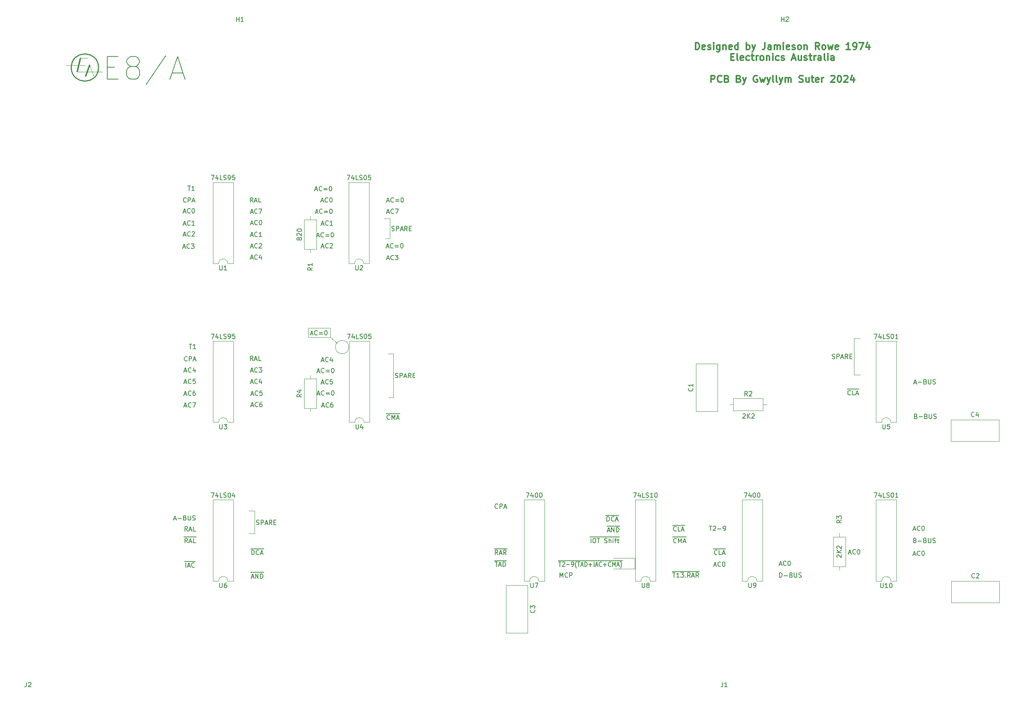
<source format=gbr>
%TF.GenerationSoftware,KiCad,Pcbnew,(6.0.4-0)*%
%TF.CreationDate,2024-04-14T15:13:14+10:00*%
%TF.ProjectId,Accumulator,41636375-6d75-46c6-9174-6f722e6b6963,rev?*%
%TF.SameCoordinates,Original*%
%TF.FileFunction,Legend,Top*%
%TF.FilePolarity,Positive*%
%FSLAX46Y46*%
G04 Gerber Fmt 4.6, Leading zero omitted, Abs format (unit mm)*
G04 Created by KiCad (PCBNEW (6.0.4-0)) date 2024-04-14 15:13:14*
%MOMM*%
%LPD*%
G01*
G04 APERTURE LIST*
%ADD10C,0.120000*%
%ADD11C,0.150000*%
%ADD12C,0.300000*%
%ADD13C,0.240000*%
G04 APERTURE END LIST*
D10*
X225900000Y-177350000D02*
X225700000Y-177350000D01*
X278700000Y-126550000D02*
X278700000Y-134550000D01*
X158600000Y-126250000D02*
X163400000Y-126250000D01*
X230500000Y-177350000D02*
X225900000Y-177350000D01*
X278700000Y-134550000D02*
X280100000Y-134550000D01*
X145500000Y-164550000D02*
X146700000Y-164550000D01*
X230500000Y-174950000D02*
X230500000Y-177350000D01*
X167476482Y-128450000D02*
G75*
G03*
X167476482Y-128450000I-1476482J0D01*
G01*
X163400000Y-124250000D02*
X158600000Y-124250000D01*
X225700000Y-174950000D02*
X230500000Y-174950000D01*
X146700000Y-164550000D02*
X146700000Y-169550000D01*
X177300000Y-129950000D02*
X177300000Y-139550000D01*
X280100000Y-126550000D02*
X278700000Y-126550000D01*
X176100000Y-129950000D02*
X177300000Y-129950000D01*
X146700000Y-169550000D02*
X145500000Y-169550000D01*
X163400000Y-126250000D02*
X164900000Y-127650000D01*
X176500000Y-100150000D02*
X176500000Y-104550000D01*
X177300000Y-139550000D02*
X176300000Y-139550000D01*
X158600000Y-124350000D02*
X158600000Y-126250000D01*
X163400000Y-126250000D02*
X163400000Y-124250000D01*
X176500000Y-104550000D02*
X175500000Y-104550000D01*
X175300000Y-100150000D02*
X176500000Y-100150000D01*
D11*
X159066666Y-125516666D02*
X159542857Y-125516666D01*
X158971428Y-125802380D02*
X159304761Y-124802380D01*
X159638095Y-125802380D01*
X160542857Y-125707142D02*
X160495238Y-125754761D01*
X160352380Y-125802380D01*
X160257142Y-125802380D01*
X160114285Y-125754761D01*
X160019047Y-125659523D01*
X159971428Y-125564285D01*
X159923809Y-125373809D01*
X159923809Y-125230952D01*
X159971428Y-125040476D01*
X160019047Y-124945238D01*
X160114285Y-124850000D01*
X160257142Y-124802380D01*
X160352380Y-124802380D01*
X160495238Y-124850000D01*
X160542857Y-124897619D01*
X160971428Y-125278571D02*
X161733333Y-125278571D01*
X161733333Y-125564285D02*
X160971428Y-125564285D01*
X162400000Y-124802380D02*
X162495238Y-124802380D01*
X162590476Y-124850000D01*
X162638095Y-124897619D01*
X162685714Y-124992857D01*
X162733333Y-125183333D01*
X162733333Y-125421428D01*
X162685714Y-125611904D01*
X162638095Y-125707142D01*
X162590476Y-125754761D01*
X162495238Y-125802380D01*
X162400000Y-125802380D01*
X162304761Y-125754761D01*
X162257142Y-125707142D01*
X162209523Y-125611904D01*
X162161904Y-125421428D01*
X162161904Y-125183333D01*
X162209523Y-124992857D01*
X162257142Y-124897619D01*
X162304761Y-124850000D01*
X162400000Y-124802380D01*
X224247619Y-167920000D02*
X225104761Y-167920000D01*
X224438095Y-168916666D02*
X224914285Y-168916666D01*
X224342857Y-169202380D02*
X224676190Y-168202380D01*
X225009523Y-169202380D01*
X225104761Y-167920000D02*
X226152380Y-167920000D01*
X225342857Y-169202380D02*
X225342857Y-168202380D01*
X225914285Y-169202380D01*
X225914285Y-168202380D01*
X226152380Y-167920000D02*
X227152380Y-167920000D01*
X226390476Y-169202380D02*
X226390476Y-168202380D01*
X226628571Y-168202380D01*
X226771428Y-168250000D01*
X226866666Y-168345238D01*
X226914285Y-168440476D01*
X226961904Y-168630952D01*
X226961904Y-168773809D01*
X226914285Y-168964285D01*
X226866666Y-169059523D01*
X226771428Y-169154761D01*
X226628571Y-169202380D01*
X226390476Y-169202380D01*
X277578714Y-173793666D02*
X278054904Y-173793666D01*
X277483476Y-174079380D02*
X277816809Y-173079380D01*
X278150142Y-174079380D01*
X279054904Y-173984142D02*
X279007285Y-174031761D01*
X278864428Y-174079380D01*
X278769190Y-174079380D01*
X278626333Y-174031761D01*
X278531095Y-173936523D01*
X278483476Y-173841285D01*
X278435857Y-173650809D01*
X278435857Y-173507952D01*
X278483476Y-173317476D01*
X278531095Y-173222238D01*
X278626333Y-173127000D01*
X278769190Y-173079380D01*
X278864428Y-173079380D01*
X279007285Y-173127000D01*
X279054904Y-173174619D01*
X279673952Y-173079380D02*
X279769190Y-173079380D01*
X279864428Y-173127000D01*
X279912047Y-173174619D01*
X279959666Y-173269857D01*
X280007285Y-173460333D01*
X280007285Y-173698428D01*
X279959666Y-173888904D01*
X279912047Y-173984142D01*
X279864428Y-174031761D01*
X279769190Y-174079380D01*
X279673952Y-174079380D01*
X279578714Y-174031761D01*
X279531095Y-173984142D01*
X279483476Y-173888904D01*
X279435857Y-173698428D01*
X279435857Y-173460333D01*
X279483476Y-173269857D01*
X279531095Y-173174619D01*
X279578714Y-173127000D01*
X279673952Y-173079380D01*
X145885714Y-101216666D02*
X146361904Y-101216666D01*
X145790476Y-101502380D02*
X146123809Y-100502380D01*
X146457142Y-101502380D01*
X147361904Y-101407142D02*
X147314285Y-101454761D01*
X147171428Y-101502380D01*
X147076190Y-101502380D01*
X146933333Y-101454761D01*
X146838095Y-101359523D01*
X146790476Y-101264285D01*
X146742857Y-101073809D01*
X146742857Y-100930952D01*
X146790476Y-100740476D01*
X146838095Y-100645238D01*
X146933333Y-100550000D01*
X147076190Y-100502380D01*
X147171428Y-100502380D01*
X147314285Y-100550000D01*
X147361904Y-100597619D01*
X147980952Y-100502380D02*
X148076190Y-100502380D01*
X148171428Y-100550000D01*
X148219047Y-100597619D01*
X148266666Y-100692857D01*
X148314285Y-100883333D01*
X148314285Y-101121428D01*
X148266666Y-101311904D01*
X148219047Y-101407142D01*
X148171428Y-101454761D01*
X148076190Y-101502380D01*
X147980952Y-101502380D01*
X147885714Y-101454761D01*
X147838095Y-101407142D01*
X147790476Y-101311904D01*
X147742857Y-101121428D01*
X147742857Y-100883333D01*
X147790476Y-100692857D01*
X147838095Y-100597619D01*
X147885714Y-100550000D01*
X147980952Y-100502380D01*
X161485714Y-106316666D02*
X161961904Y-106316666D01*
X161390476Y-106602380D02*
X161723809Y-105602380D01*
X162057142Y-106602380D01*
X162961904Y-106507142D02*
X162914285Y-106554761D01*
X162771428Y-106602380D01*
X162676190Y-106602380D01*
X162533333Y-106554761D01*
X162438095Y-106459523D01*
X162390476Y-106364285D01*
X162342857Y-106173809D01*
X162342857Y-106030952D01*
X162390476Y-105840476D01*
X162438095Y-105745238D01*
X162533333Y-105650000D01*
X162676190Y-105602380D01*
X162771428Y-105602380D01*
X162914285Y-105650000D01*
X162961904Y-105697619D01*
X163342857Y-105697619D02*
X163390476Y-105650000D01*
X163485714Y-105602380D01*
X163723809Y-105602380D01*
X163819047Y-105650000D01*
X163866666Y-105697619D01*
X163914285Y-105792857D01*
X163914285Y-105888095D01*
X163866666Y-106030952D01*
X163295238Y-106602380D01*
X163914285Y-106602380D01*
X160466666Y-103916666D02*
X160942857Y-103916666D01*
X160371428Y-104202380D02*
X160704761Y-103202380D01*
X161038095Y-104202380D01*
X161942857Y-104107142D02*
X161895238Y-104154761D01*
X161752380Y-104202380D01*
X161657142Y-104202380D01*
X161514285Y-104154761D01*
X161419047Y-104059523D01*
X161371428Y-103964285D01*
X161323809Y-103773809D01*
X161323809Y-103630952D01*
X161371428Y-103440476D01*
X161419047Y-103345238D01*
X161514285Y-103250000D01*
X161657142Y-103202380D01*
X161752380Y-103202380D01*
X161895238Y-103250000D01*
X161942857Y-103297619D01*
X162371428Y-103678571D02*
X163133333Y-103678571D01*
X163133333Y-103964285D02*
X162371428Y-103964285D01*
X163800000Y-103202380D02*
X163895238Y-103202380D01*
X163990476Y-103250000D01*
X164038095Y-103297619D01*
X164085714Y-103392857D01*
X164133333Y-103583333D01*
X164133333Y-103821428D01*
X164085714Y-104011904D01*
X164038095Y-104107142D01*
X163990476Y-104154761D01*
X163895238Y-104202380D01*
X163800000Y-104202380D01*
X163704761Y-104154761D01*
X163657142Y-104107142D01*
X163609523Y-104011904D01*
X163561904Y-103821428D01*
X163561904Y-103583333D01*
X163609523Y-103392857D01*
X163657142Y-103297619D01*
X163704761Y-103250000D01*
X163800000Y-103202380D01*
X220538095Y-170320000D02*
X221014285Y-170320000D01*
X220776190Y-171602380D02*
X220776190Y-170602380D01*
X221014285Y-170320000D02*
X222061904Y-170320000D01*
X221442857Y-170602380D02*
X221633333Y-170602380D01*
X221728571Y-170650000D01*
X221823809Y-170745238D01*
X221871428Y-170935714D01*
X221871428Y-171269047D01*
X221823809Y-171459523D01*
X221728571Y-171554761D01*
X221633333Y-171602380D01*
X221442857Y-171602380D01*
X221347619Y-171554761D01*
X221252380Y-171459523D01*
X221204761Y-171269047D01*
X221204761Y-170935714D01*
X221252380Y-170745238D01*
X221347619Y-170650000D01*
X221442857Y-170602380D01*
X222061904Y-170320000D02*
X222823809Y-170320000D01*
X222157142Y-170602380D02*
X222728571Y-170602380D01*
X222442857Y-171602380D02*
X222442857Y-170602380D01*
X222823809Y-170320000D02*
X223585714Y-170320000D01*
X223585714Y-170320000D02*
X224538095Y-170320000D01*
X223776190Y-171554761D02*
X223919047Y-171602380D01*
X224157142Y-171602380D01*
X224252380Y-171554761D01*
X224300000Y-171507142D01*
X224347619Y-171411904D01*
X224347619Y-171316666D01*
X224300000Y-171221428D01*
X224252380Y-171173809D01*
X224157142Y-171126190D01*
X223966666Y-171078571D01*
X223871428Y-171030952D01*
X223823809Y-170983333D01*
X223776190Y-170888095D01*
X223776190Y-170792857D01*
X223823809Y-170697619D01*
X223871428Y-170650000D01*
X223966666Y-170602380D01*
X224204761Y-170602380D01*
X224347619Y-170650000D01*
X224538095Y-170320000D02*
X225442857Y-170320000D01*
X224776190Y-171602380D02*
X224776190Y-170602380D01*
X225204761Y-171602380D02*
X225204761Y-171078571D01*
X225157142Y-170983333D01*
X225061904Y-170935714D01*
X224919047Y-170935714D01*
X224823809Y-170983333D01*
X224776190Y-171030952D01*
X225442857Y-170320000D02*
X225919047Y-170320000D01*
X225680952Y-171602380D02*
X225680952Y-170935714D01*
X225680952Y-170602380D02*
X225633333Y-170650000D01*
X225680952Y-170697619D01*
X225728571Y-170650000D01*
X225680952Y-170602380D01*
X225680952Y-170697619D01*
X225919047Y-170320000D02*
X226490476Y-170320000D01*
X226014285Y-170935714D02*
X226395238Y-170935714D01*
X226157142Y-171602380D02*
X226157142Y-170745238D01*
X226204761Y-170650000D01*
X226300000Y-170602380D01*
X226395238Y-170602380D01*
X226490476Y-170320000D02*
X227061904Y-170320000D01*
X226585714Y-170935714D02*
X226966666Y-170935714D01*
X226728571Y-170602380D02*
X226728571Y-171459523D01*
X226776190Y-171554761D01*
X226871428Y-171602380D01*
X226966666Y-171602380D01*
D12*
X243822142Y-62836071D02*
X243822142Y-61336071D01*
X244179285Y-61336071D01*
X244393571Y-61407500D01*
X244536428Y-61550357D01*
X244607857Y-61693214D01*
X244679285Y-61978928D01*
X244679285Y-62193214D01*
X244607857Y-62478928D01*
X244536428Y-62621785D01*
X244393571Y-62764642D01*
X244179285Y-62836071D01*
X243822142Y-62836071D01*
X245893571Y-62764642D02*
X245750714Y-62836071D01*
X245465000Y-62836071D01*
X245322142Y-62764642D01*
X245250714Y-62621785D01*
X245250714Y-62050357D01*
X245322142Y-61907500D01*
X245465000Y-61836071D01*
X245750714Y-61836071D01*
X245893571Y-61907500D01*
X245965000Y-62050357D01*
X245965000Y-62193214D01*
X245250714Y-62336071D01*
X246536428Y-62764642D02*
X246679285Y-62836071D01*
X246965000Y-62836071D01*
X247107857Y-62764642D01*
X247179285Y-62621785D01*
X247179285Y-62550357D01*
X247107857Y-62407500D01*
X246965000Y-62336071D01*
X246750714Y-62336071D01*
X246607857Y-62264642D01*
X246536428Y-62121785D01*
X246536428Y-62050357D01*
X246607857Y-61907500D01*
X246750714Y-61836071D01*
X246965000Y-61836071D01*
X247107857Y-61907500D01*
X247822142Y-62836071D02*
X247822142Y-61836071D01*
X247822142Y-61336071D02*
X247750714Y-61407500D01*
X247822142Y-61478928D01*
X247893571Y-61407500D01*
X247822142Y-61336071D01*
X247822142Y-61478928D01*
X249179285Y-61836071D02*
X249179285Y-63050357D01*
X249107857Y-63193214D01*
X249036428Y-63264642D01*
X248893571Y-63336071D01*
X248679285Y-63336071D01*
X248536428Y-63264642D01*
X249179285Y-62764642D02*
X249036428Y-62836071D01*
X248750714Y-62836071D01*
X248607857Y-62764642D01*
X248536428Y-62693214D01*
X248465000Y-62550357D01*
X248465000Y-62121785D01*
X248536428Y-61978928D01*
X248607857Y-61907500D01*
X248750714Y-61836071D01*
X249036428Y-61836071D01*
X249179285Y-61907500D01*
X249893571Y-61836071D02*
X249893571Y-62836071D01*
X249893571Y-61978928D02*
X249965000Y-61907500D01*
X250107857Y-61836071D01*
X250322142Y-61836071D01*
X250465000Y-61907500D01*
X250536428Y-62050357D01*
X250536428Y-62836071D01*
X251822142Y-62764642D02*
X251679285Y-62836071D01*
X251393571Y-62836071D01*
X251250714Y-62764642D01*
X251179285Y-62621785D01*
X251179285Y-62050357D01*
X251250714Y-61907500D01*
X251393571Y-61836071D01*
X251679285Y-61836071D01*
X251822142Y-61907500D01*
X251893571Y-62050357D01*
X251893571Y-62193214D01*
X251179285Y-62336071D01*
X253179285Y-62836071D02*
X253179285Y-61336071D01*
X253179285Y-62764642D02*
X253036428Y-62836071D01*
X252750714Y-62836071D01*
X252607857Y-62764642D01*
X252536428Y-62693214D01*
X252465000Y-62550357D01*
X252465000Y-62121785D01*
X252536428Y-61978928D01*
X252607857Y-61907500D01*
X252750714Y-61836071D01*
X253036428Y-61836071D01*
X253179285Y-61907500D01*
X255036428Y-62836071D02*
X255036428Y-61336071D01*
X255036428Y-61907500D02*
X255179285Y-61836071D01*
X255465000Y-61836071D01*
X255607857Y-61907500D01*
X255679285Y-61978928D01*
X255750714Y-62121785D01*
X255750714Y-62550357D01*
X255679285Y-62693214D01*
X255607857Y-62764642D01*
X255465000Y-62836071D01*
X255179285Y-62836071D01*
X255036428Y-62764642D01*
X256250714Y-61836071D02*
X256607857Y-62836071D01*
X256965000Y-61836071D02*
X256607857Y-62836071D01*
X256465000Y-63193214D01*
X256393571Y-63264642D01*
X256250714Y-63336071D01*
X259107857Y-61336071D02*
X259107857Y-62407500D01*
X259036428Y-62621785D01*
X258893571Y-62764642D01*
X258679285Y-62836071D01*
X258536428Y-62836071D01*
X260465000Y-62836071D02*
X260465000Y-62050357D01*
X260393571Y-61907500D01*
X260250714Y-61836071D01*
X259965000Y-61836071D01*
X259822142Y-61907500D01*
X260465000Y-62764642D02*
X260322142Y-62836071D01*
X259965000Y-62836071D01*
X259822142Y-62764642D01*
X259750714Y-62621785D01*
X259750714Y-62478928D01*
X259822142Y-62336071D01*
X259965000Y-62264642D01*
X260322142Y-62264642D01*
X260465000Y-62193214D01*
X261179285Y-62836071D02*
X261179285Y-61836071D01*
X261179285Y-61978928D02*
X261250714Y-61907500D01*
X261393571Y-61836071D01*
X261607857Y-61836071D01*
X261750714Y-61907500D01*
X261822142Y-62050357D01*
X261822142Y-62836071D01*
X261822142Y-62050357D02*
X261893571Y-61907500D01*
X262036428Y-61836071D01*
X262250714Y-61836071D01*
X262393571Y-61907500D01*
X262465000Y-62050357D01*
X262465000Y-62836071D01*
X263179285Y-62836071D02*
X263179285Y-61836071D01*
X263179285Y-61336071D02*
X263107857Y-61407500D01*
X263179285Y-61478928D01*
X263250714Y-61407500D01*
X263179285Y-61336071D01*
X263179285Y-61478928D01*
X264465000Y-62764642D02*
X264322142Y-62836071D01*
X264036428Y-62836071D01*
X263893571Y-62764642D01*
X263822142Y-62621785D01*
X263822142Y-62050357D01*
X263893571Y-61907500D01*
X264036428Y-61836071D01*
X264322142Y-61836071D01*
X264465000Y-61907500D01*
X264536428Y-62050357D01*
X264536428Y-62193214D01*
X263822142Y-62336071D01*
X265107857Y-62764642D02*
X265250714Y-62836071D01*
X265536428Y-62836071D01*
X265679285Y-62764642D01*
X265750714Y-62621785D01*
X265750714Y-62550357D01*
X265679285Y-62407500D01*
X265536428Y-62336071D01*
X265322142Y-62336071D01*
X265179285Y-62264642D01*
X265107857Y-62121785D01*
X265107857Y-62050357D01*
X265179285Y-61907500D01*
X265322142Y-61836071D01*
X265536428Y-61836071D01*
X265679285Y-61907500D01*
X266607857Y-62836071D02*
X266465000Y-62764642D01*
X266393571Y-62693214D01*
X266322142Y-62550357D01*
X266322142Y-62121785D01*
X266393571Y-61978928D01*
X266465000Y-61907500D01*
X266607857Y-61836071D01*
X266822142Y-61836071D01*
X266965000Y-61907500D01*
X267036428Y-61978928D01*
X267107857Y-62121785D01*
X267107857Y-62550357D01*
X267036428Y-62693214D01*
X266965000Y-62764642D01*
X266822142Y-62836071D01*
X266607857Y-62836071D01*
X267750714Y-61836071D02*
X267750714Y-62836071D01*
X267750714Y-61978928D02*
X267822142Y-61907500D01*
X267965000Y-61836071D01*
X268179285Y-61836071D01*
X268322142Y-61907500D01*
X268393571Y-62050357D01*
X268393571Y-62836071D01*
X271107857Y-62836071D02*
X270607857Y-62121785D01*
X270250714Y-62836071D02*
X270250714Y-61336071D01*
X270822142Y-61336071D01*
X270965000Y-61407500D01*
X271036428Y-61478928D01*
X271107857Y-61621785D01*
X271107857Y-61836071D01*
X271036428Y-61978928D01*
X270965000Y-62050357D01*
X270822142Y-62121785D01*
X270250714Y-62121785D01*
X271965000Y-62836071D02*
X271822142Y-62764642D01*
X271750714Y-62693214D01*
X271679285Y-62550357D01*
X271679285Y-62121785D01*
X271750714Y-61978928D01*
X271822142Y-61907500D01*
X271965000Y-61836071D01*
X272179285Y-61836071D01*
X272322142Y-61907500D01*
X272393571Y-61978928D01*
X272465000Y-62121785D01*
X272465000Y-62550357D01*
X272393571Y-62693214D01*
X272322142Y-62764642D01*
X272179285Y-62836071D01*
X271965000Y-62836071D01*
X272965000Y-61836071D02*
X273250714Y-62836071D01*
X273536428Y-62121785D01*
X273822142Y-62836071D01*
X274107857Y-61836071D01*
X275250714Y-62764642D02*
X275107857Y-62836071D01*
X274822142Y-62836071D01*
X274679285Y-62764642D01*
X274607857Y-62621785D01*
X274607857Y-62050357D01*
X274679285Y-61907500D01*
X274822142Y-61836071D01*
X275107857Y-61836071D01*
X275250714Y-61907500D01*
X275322142Y-62050357D01*
X275322142Y-62193214D01*
X274607857Y-62336071D01*
X277893571Y-62836071D02*
X277036428Y-62836071D01*
X277465000Y-62836071D02*
X277465000Y-61336071D01*
X277322142Y-61550357D01*
X277179285Y-61693214D01*
X277036428Y-61764642D01*
X278607857Y-62836071D02*
X278893571Y-62836071D01*
X279036428Y-62764642D01*
X279107857Y-62693214D01*
X279250714Y-62478928D01*
X279322142Y-62193214D01*
X279322142Y-61621785D01*
X279250714Y-61478928D01*
X279179285Y-61407500D01*
X279036428Y-61336071D01*
X278750714Y-61336071D01*
X278607857Y-61407500D01*
X278536428Y-61478928D01*
X278465000Y-61621785D01*
X278465000Y-61978928D01*
X278536428Y-62121785D01*
X278607857Y-62193214D01*
X278750714Y-62264642D01*
X279036428Y-62264642D01*
X279179285Y-62193214D01*
X279250714Y-62121785D01*
X279322142Y-61978928D01*
X279822142Y-61336071D02*
X280822142Y-61336071D01*
X280179285Y-62836071D01*
X282036428Y-61836071D02*
X282036428Y-62836071D01*
X281679285Y-61264642D02*
X281322142Y-62336071D01*
X282250714Y-62336071D01*
X251607857Y-64465357D02*
X252107857Y-64465357D01*
X252322142Y-65251071D02*
X251607857Y-65251071D01*
X251607857Y-63751071D01*
X252322142Y-63751071D01*
X253179285Y-65251071D02*
X253036428Y-65179642D01*
X252965000Y-65036785D01*
X252965000Y-63751071D01*
X254322142Y-65179642D02*
X254179285Y-65251071D01*
X253893571Y-65251071D01*
X253750714Y-65179642D01*
X253679285Y-65036785D01*
X253679285Y-64465357D01*
X253750714Y-64322500D01*
X253893571Y-64251071D01*
X254179285Y-64251071D01*
X254322142Y-64322500D01*
X254393571Y-64465357D01*
X254393571Y-64608214D01*
X253679285Y-64751071D01*
X255679285Y-65179642D02*
X255536428Y-65251071D01*
X255250714Y-65251071D01*
X255107857Y-65179642D01*
X255036428Y-65108214D01*
X254965000Y-64965357D01*
X254965000Y-64536785D01*
X255036428Y-64393928D01*
X255107857Y-64322500D01*
X255250714Y-64251071D01*
X255536428Y-64251071D01*
X255679285Y-64322500D01*
X256107857Y-64251071D02*
X256679285Y-64251071D01*
X256322142Y-63751071D02*
X256322142Y-65036785D01*
X256393571Y-65179642D01*
X256536428Y-65251071D01*
X256679285Y-65251071D01*
X257179285Y-65251071D02*
X257179285Y-64251071D01*
X257179285Y-64536785D02*
X257250714Y-64393928D01*
X257322142Y-64322500D01*
X257465000Y-64251071D01*
X257607857Y-64251071D01*
X258322142Y-65251071D02*
X258179285Y-65179642D01*
X258107857Y-65108214D01*
X258036428Y-64965357D01*
X258036428Y-64536785D01*
X258107857Y-64393928D01*
X258179285Y-64322500D01*
X258322142Y-64251071D01*
X258536428Y-64251071D01*
X258679285Y-64322500D01*
X258750714Y-64393928D01*
X258822142Y-64536785D01*
X258822142Y-64965357D01*
X258750714Y-65108214D01*
X258679285Y-65179642D01*
X258536428Y-65251071D01*
X258322142Y-65251071D01*
X259465000Y-64251071D02*
X259465000Y-65251071D01*
X259465000Y-64393928D02*
X259536428Y-64322500D01*
X259679285Y-64251071D01*
X259893571Y-64251071D01*
X260036428Y-64322500D01*
X260107857Y-64465357D01*
X260107857Y-65251071D01*
X260822142Y-65251071D02*
X260822142Y-64251071D01*
X260822142Y-63751071D02*
X260750714Y-63822500D01*
X260822142Y-63893928D01*
X260893571Y-63822500D01*
X260822142Y-63751071D01*
X260822142Y-63893928D01*
X262179285Y-65179642D02*
X262036428Y-65251071D01*
X261750714Y-65251071D01*
X261607857Y-65179642D01*
X261536428Y-65108214D01*
X261465000Y-64965357D01*
X261465000Y-64536785D01*
X261536428Y-64393928D01*
X261607857Y-64322500D01*
X261750714Y-64251071D01*
X262036428Y-64251071D01*
X262179285Y-64322500D01*
X262750714Y-65179642D02*
X262893571Y-65251071D01*
X263179285Y-65251071D01*
X263322142Y-65179642D01*
X263393571Y-65036785D01*
X263393571Y-64965357D01*
X263322142Y-64822500D01*
X263179285Y-64751071D01*
X262965000Y-64751071D01*
X262822142Y-64679642D01*
X262750714Y-64536785D01*
X262750714Y-64465357D01*
X262822142Y-64322500D01*
X262965000Y-64251071D01*
X263179285Y-64251071D01*
X263322142Y-64322500D01*
X265107857Y-64822500D02*
X265822142Y-64822500D01*
X264965000Y-65251071D02*
X265465000Y-63751071D01*
X265965000Y-65251071D01*
X267107857Y-64251071D02*
X267107857Y-65251071D01*
X266465000Y-64251071D02*
X266465000Y-65036785D01*
X266536428Y-65179642D01*
X266679285Y-65251071D01*
X266893571Y-65251071D01*
X267036428Y-65179642D01*
X267107857Y-65108214D01*
X267750714Y-65179642D02*
X267893571Y-65251071D01*
X268179285Y-65251071D01*
X268322142Y-65179642D01*
X268393571Y-65036785D01*
X268393571Y-64965357D01*
X268322142Y-64822500D01*
X268179285Y-64751071D01*
X267965000Y-64751071D01*
X267822142Y-64679642D01*
X267750714Y-64536785D01*
X267750714Y-64465357D01*
X267822142Y-64322500D01*
X267965000Y-64251071D01*
X268179285Y-64251071D01*
X268322142Y-64322500D01*
X268822142Y-64251071D02*
X269393571Y-64251071D01*
X269036428Y-63751071D02*
X269036428Y-65036785D01*
X269107857Y-65179642D01*
X269250714Y-65251071D01*
X269393571Y-65251071D01*
X269893571Y-65251071D02*
X269893571Y-64251071D01*
X269893571Y-64536785D02*
X269965000Y-64393928D01*
X270036428Y-64322500D01*
X270179285Y-64251071D01*
X270322142Y-64251071D01*
X271465000Y-65251071D02*
X271465000Y-64465357D01*
X271393571Y-64322500D01*
X271250714Y-64251071D01*
X270965000Y-64251071D01*
X270822142Y-64322500D01*
X271465000Y-65179642D02*
X271322142Y-65251071D01*
X270965000Y-65251071D01*
X270822142Y-65179642D01*
X270750714Y-65036785D01*
X270750714Y-64893928D01*
X270822142Y-64751071D01*
X270965000Y-64679642D01*
X271322142Y-64679642D01*
X271465000Y-64608214D01*
X272393571Y-65251071D02*
X272250714Y-65179642D01*
X272179285Y-65036785D01*
X272179285Y-63751071D01*
X272965000Y-65251071D02*
X272965000Y-64251071D01*
X272965000Y-63751071D02*
X272893571Y-63822500D01*
X272965000Y-63893928D01*
X273036428Y-63822500D01*
X272965000Y-63751071D01*
X272965000Y-63893928D01*
X274322142Y-65251071D02*
X274322142Y-64465357D01*
X274250714Y-64322500D01*
X274107857Y-64251071D01*
X273822142Y-64251071D01*
X273679285Y-64322500D01*
X274322142Y-65179642D02*
X274179285Y-65251071D01*
X273822142Y-65251071D01*
X273679285Y-65179642D01*
X273607857Y-65036785D01*
X273607857Y-64893928D01*
X273679285Y-64751071D01*
X273822142Y-64679642D01*
X274179285Y-64679642D01*
X274322142Y-64608214D01*
X247215000Y-70081071D02*
X247215000Y-68581071D01*
X247786428Y-68581071D01*
X247929285Y-68652500D01*
X248000714Y-68723928D01*
X248072142Y-68866785D01*
X248072142Y-69081071D01*
X248000714Y-69223928D01*
X247929285Y-69295357D01*
X247786428Y-69366785D01*
X247215000Y-69366785D01*
X249572142Y-69938214D02*
X249500714Y-70009642D01*
X249286428Y-70081071D01*
X249143571Y-70081071D01*
X248929285Y-70009642D01*
X248786428Y-69866785D01*
X248715000Y-69723928D01*
X248643571Y-69438214D01*
X248643571Y-69223928D01*
X248715000Y-68938214D01*
X248786428Y-68795357D01*
X248929285Y-68652500D01*
X249143571Y-68581071D01*
X249286428Y-68581071D01*
X249500714Y-68652500D01*
X249572142Y-68723928D01*
X250715000Y-69295357D02*
X250929285Y-69366785D01*
X251000714Y-69438214D01*
X251072142Y-69581071D01*
X251072142Y-69795357D01*
X251000714Y-69938214D01*
X250929285Y-70009642D01*
X250786428Y-70081071D01*
X250215000Y-70081071D01*
X250215000Y-68581071D01*
X250715000Y-68581071D01*
X250857857Y-68652500D01*
X250929285Y-68723928D01*
X251000714Y-68866785D01*
X251000714Y-69009642D01*
X250929285Y-69152500D01*
X250857857Y-69223928D01*
X250715000Y-69295357D01*
X250215000Y-69295357D01*
X253357857Y-69295357D02*
X253572142Y-69366785D01*
X253643571Y-69438214D01*
X253715000Y-69581071D01*
X253715000Y-69795357D01*
X253643571Y-69938214D01*
X253572142Y-70009642D01*
X253429285Y-70081071D01*
X252857857Y-70081071D01*
X252857857Y-68581071D01*
X253357857Y-68581071D01*
X253500714Y-68652500D01*
X253572142Y-68723928D01*
X253643571Y-68866785D01*
X253643571Y-69009642D01*
X253572142Y-69152500D01*
X253500714Y-69223928D01*
X253357857Y-69295357D01*
X252857857Y-69295357D01*
X254215000Y-69081071D02*
X254572142Y-70081071D01*
X254929285Y-69081071D02*
X254572142Y-70081071D01*
X254429285Y-70438214D01*
X254357857Y-70509642D01*
X254215000Y-70581071D01*
X257429285Y-68652500D02*
X257286428Y-68581071D01*
X257072142Y-68581071D01*
X256857857Y-68652500D01*
X256715000Y-68795357D01*
X256643571Y-68938214D01*
X256572142Y-69223928D01*
X256572142Y-69438214D01*
X256643571Y-69723928D01*
X256715000Y-69866785D01*
X256857857Y-70009642D01*
X257072142Y-70081071D01*
X257215000Y-70081071D01*
X257429285Y-70009642D01*
X257500714Y-69938214D01*
X257500714Y-69438214D01*
X257215000Y-69438214D01*
X258000714Y-69081071D02*
X258286428Y-70081071D01*
X258572142Y-69366785D01*
X258857857Y-70081071D01*
X259143571Y-69081071D01*
X259572142Y-69081071D02*
X259929285Y-70081071D01*
X260286428Y-69081071D02*
X259929285Y-70081071D01*
X259786428Y-70438214D01*
X259715000Y-70509642D01*
X259572142Y-70581071D01*
X261072142Y-70081071D02*
X260929285Y-70009642D01*
X260857857Y-69866785D01*
X260857857Y-68581071D01*
X261857857Y-70081071D02*
X261715000Y-70009642D01*
X261643571Y-69866785D01*
X261643571Y-68581071D01*
X262286428Y-69081071D02*
X262643571Y-70081071D01*
X263000714Y-69081071D02*
X262643571Y-70081071D01*
X262500714Y-70438214D01*
X262429285Y-70509642D01*
X262286428Y-70581071D01*
X263572142Y-70081071D02*
X263572142Y-69081071D01*
X263572142Y-69223928D02*
X263643571Y-69152500D01*
X263786428Y-69081071D01*
X264000714Y-69081071D01*
X264143571Y-69152500D01*
X264215000Y-69295357D01*
X264215000Y-70081071D01*
X264215000Y-69295357D02*
X264286428Y-69152500D01*
X264429285Y-69081071D01*
X264643571Y-69081071D01*
X264786428Y-69152500D01*
X264857857Y-69295357D01*
X264857857Y-70081071D01*
X266643571Y-70009642D02*
X266857857Y-70081071D01*
X267215000Y-70081071D01*
X267357857Y-70009642D01*
X267429285Y-69938214D01*
X267500714Y-69795357D01*
X267500714Y-69652500D01*
X267429285Y-69509642D01*
X267357857Y-69438214D01*
X267215000Y-69366785D01*
X266929285Y-69295357D01*
X266786428Y-69223928D01*
X266715000Y-69152500D01*
X266643571Y-69009642D01*
X266643571Y-68866785D01*
X266715000Y-68723928D01*
X266786428Y-68652500D01*
X266929285Y-68581071D01*
X267286428Y-68581071D01*
X267500714Y-68652500D01*
X268786428Y-69081071D02*
X268786428Y-70081071D01*
X268143571Y-69081071D02*
X268143571Y-69866785D01*
X268215000Y-70009642D01*
X268357857Y-70081071D01*
X268572142Y-70081071D01*
X268715000Y-70009642D01*
X268786428Y-69938214D01*
X269286428Y-69081071D02*
X269857857Y-69081071D01*
X269500714Y-68581071D02*
X269500714Y-69866785D01*
X269572142Y-70009642D01*
X269715000Y-70081071D01*
X269857857Y-70081071D01*
X270929285Y-70009642D02*
X270786428Y-70081071D01*
X270500714Y-70081071D01*
X270357857Y-70009642D01*
X270286428Y-69866785D01*
X270286428Y-69295357D01*
X270357857Y-69152500D01*
X270500714Y-69081071D01*
X270786428Y-69081071D01*
X270929285Y-69152500D01*
X271000714Y-69295357D01*
X271000714Y-69438214D01*
X270286428Y-69581071D01*
X271643571Y-70081071D02*
X271643571Y-69081071D01*
X271643571Y-69366785D02*
X271715000Y-69223928D01*
X271786428Y-69152500D01*
X271929285Y-69081071D01*
X272072142Y-69081071D01*
X273643571Y-68723928D02*
X273715000Y-68652500D01*
X273857857Y-68581071D01*
X274215000Y-68581071D01*
X274357857Y-68652500D01*
X274429285Y-68723928D01*
X274500714Y-68866785D01*
X274500714Y-69009642D01*
X274429285Y-69223928D01*
X273572142Y-70081071D01*
X274500714Y-70081071D01*
X275429285Y-68581071D02*
X275572142Y-68581071D01*
X275715000Y-68652500D01*
X275786428Y-68723928D01*
X275857857Y-68866785D01*
X275929285Y-69152500D01*
X275929285Y-69509642D01*
X275857857Y-69795357D01*
X275786428Y-69938214D01*
X275715000Y-70009642D01*
X275572142Y-70081071D01*
X275429285Y-70081071D01*
X275286428Y-70009642D01*
X275215000Y-69938214D01*
X275143571Y-69795357D01*
X275072142Y-69509642D01*
X275072142Y-69152500D01*
X275143571Y-68866785D01*
X275215000Y-68723928D01*
X275286428Y-68652500D01*
X275429285Y-68581071D01*
X276500714Y-68723928D02*
X276572142Y-68652500D01*
X276715000Y-68581071D01*
X277072142Y-68581071D01*
X277215000Y-68652500D01*
X277286428Y-68723928D01*
X277357857Y-68866785D01*
X277357857Y-69009642D01*
X277286428Y-69223928D01*
X276429285Y-70081071D01*
X277357857Y-70081071D01*
X278643571Y-69081071D02*
X278643571Y-70081071D01*
X278286428Y-68509642D02*
X277929285Y-69581071D01*
X278857857Y-69581071D01*
D11*
X262319047Y-179202380D02*
X262319047Y-178202380D01*
X262557142Y-178202380D01*
X262700000Y-178250000D01*
X262795238Y-178345238D01*
X262842857Y-178440476D01*
X262890476Y-178630952D01*
X262890476Y-178773809D01*
X262842857Y-178964285D01*
X262795238Y-179059523D01*
X262700000Y-179154761D01*
X262557142Y-179202380D01*
X262319047Y-179202380D01*
X263319047Y-178821428D02*
X264080952Y-178821428D01*
X264890476Y-178678571D02*
X265033333Y-178726190D01*
X265080952Y-178773809D01*
X265128571Y-178869047D01*
X265128571Y-179011904D01*
X265080952Y-179107142D01*
X265033333Y-179154761D01*
X264938095Y-179202380D01*
X264557142Y-179202380D01*
X264557142Y-178202380D01*
X264890476Y-178202380D01*
X264985714Y-178250000D01*
X265033333Y-178297619D01*
X265080952Y-178392857D01*
X265080952Y-178488095D01*
X265033333Y-178583333D01*
X264985714Y-178630952D01*
X264890476Y-178678571D01*
X264557142Y-178678571D01*
X265557142Y-178202380D02*
X265557142Y-179011904D01*
X265604761Y-179107142D01*
X265652380Y-179154761D01*
X265747619Y-179202380D01*
X265938095Y-179202380D01*
X266033333Y-179154761D01*
X266080952Y-179107142D01*
X266128571Y-179011904D01*
X266128571Y-178202380D01*
X266557142Y-179154761D02*
X266700000Y-179202380D01*
X266938095Y-179202380D01*
X267033333Y-179154761D01*
X267080952Y-179107142D01*
X267128571Y-179011904D01*
X267128571Y-178916666D01*
X267080952Y-178821428D01*
X267033333Y-178773809D01*
X266938095Y-178726190D01*
X266747619Y-178678571D01*
X266652380Y-178630952D01*
X266604761Y-178583333D01*
X266557142Y-178488095D01*
X266557142Y-178392857D01*
X266604761Y-178297619D01*
X266652380Y-178250000D01*
X266747619Y-178202380D01*
X266985714Y-178202380D01*
X267128571Y-178250000D01*
X200280952Y-163907142D02*
X200233333Y-163954761D01*
X200090476Y-164002380D01*
X199995238Y-164002380D01*
X199852380Y-163954761D01*
X199757142Y-163859523D01*
X199709523Y-163764285D01*
X199661904Y-163573809D01*
X199661904Y-163430952D01*
X199709523Y-163240476D01*
X199757142Y-163145238D01*
X199852380Y-163050000D01*
X199995238Y-163002380D01*
X200090476Y-163002380D01*
X200233333Y-163050000D01*
X200280952Y-163097619D01*
X200709523Y-164002380D02*
X200709523Y-163002380D01*
X201090476Y-163002380D01*
X201185714Y-163050000D01*
X201233333Y-163097619D01*
X201280952Y-163192857D01*
X201280952Y-163335714D01*
X201233333Y-163430952D01*
X201185714Y-163478571D01*
X201090476Y-163526190D01*
X200709523Y-163526190D01*
X201661904Y-163716666D02*
X202138095Y-163716666D01*
X201566666Y-164002380D02*
X201900000Y-163002380D01*
X202233333Y-164002380D01*
X238766666Y-167720000D02*
X239766666Y-167720000D01*
X239576190Y-168907142D02*
X239528571Y-168954761D01*
X239385714Y-169002380D01*
X239290476Y-169002380D01*
X239147619Y-168954761D01*
X239052380Y-168859523D01*
X239004761Y-168764285D01*
X238957142Y-168573809D01*
X238957142Y-168430952D01*
X239004761Y-168240476D01*
X239052380Y-168145238D01*
X239147619Y-168050000D01*
X239290476Y-168002380D01*
X239385714Y-168002380D01*
X239528571Y-168050000D01*
X239576190Y-168097619D01*
X239766666Y-167720000D02*
X240576190Y-167720000D01*
X240480952Y-169002380D02*
X240004761Y-169002380D01*
X240004761Y-168002380D01*
X240576190Y-167720000D02*
X241433333Y-167720000D01*
X240766666Y-168716666D02*
X241242857Y-168716666D01*
X240671428Y-169002380D02*
X241004761Y-168002380D01*
X241338095Y-169002380D01*
X145885714Y-98716666D02*
X146361904Y-98716666D01*
X145790476Y-99002380D02*
X146123809Y-98002380D01*
X146457142Y-99002380D01*
X147361904Y-98907142D02*
X147314285Y-98954761D01*
X147171428Y-99002380D01*
X147076190Y-99002380D01*
X146933333Y-98954761D01*
X146838095Y-98859523D01*
X146790476Y-98764285D01*
X146742857Y-98573809D01*
X146742857Y-98430952D01*
X146790476Y-98240476D01*
X146838095Y-98145238D01*
X146933333Y-98050000D01*
X147076190Y-98002380D01*
X147171428Y-98002380D01*
X147314285Y-98050000D01*
X147361904Y-98097619D01*
X147695238Y-98002380D02*
X148361904Y-98002380D01*
X147933333Y-99002380D01*
X176933333Y-102754761D02*
X177076190Y-102802380D01*
X177314285Y-102802380D01*
X177409523Y-102754761D01*
X177457142Y-102707142D01*
X177504761Y-102611904D01*
X177504761Y-102516666D01*
X177457142Y-102421428D01*
X177409523Y-102373809D01*
X177314285Y-102326190D01*
X177123809Y-102278571D01*
X177028571Y-102230952D01*
X176980952Y-102183333D01*
X176933333Y-102088095D01*
X176933333Y-101992857D01*
X176980952Y-101897619D01*
X177028571Y-101850000D01*
X177123809Y-101802380D01*
X177361904Y-101802380D01*
X177504761Y-101850000D01*
X177933333Y-102802380D02*
X177933333Y-101802380D01*
X178314285Y-101802380D01*
X178409523Y-101850000D01*
X178457142Y-101897619D01*
X178504761Y-101992857D01*
X178504761Y-102135714D01*
X178457142Y-102230952D01*
X178409523Y-102278571D01*
X178314285Y-102326190D01*
X177933333Y-102326190D01*
X178885714Y-102516666D02*
X179361904Y-102516666D01*
X178790476Y-102802380D02*
X179123809Y-101802380D01*
X179457142Y-102802380D01*
X180361904Y-102802380D02*
X180028571Y-102326190D01*
X179790476Y-102802380D02*
X179790476Y-101802380D01*
X180171428Y-101802380D01*
X180266666Y-101850000D01*
X180314285Y-101897619D01*
X180361904Y-101992857D01*
X180361904Y-102135714D01*
X180314285Y-102230952D01*
X180266666Y-102278571D01*
X180171428Y-102326190D01*
X179790476Y-102326190D01*
X180790476Y-102278571D02*
X181123809Y-102278571D01*
X181266666Y-102802380D02*
X180790476Y-102802380D01*
X180790476Y-101802380D01*
X181266666Y-101802380D01*
X247766666Y-172920000D02*
X248766666Y-172920000D01*
X248576190Y-174107142D02*
X248528571Y-174154761D01*
X248385714Y-174202380D01*
X248290476Y-174202380D01*
X248147619Y-174154761D01*
X248052380Y-174059523D01*
X248004761Y-173964285D01*
X247957142Y-173773809D01*
X247957142Y-173630952D01*
X248004761Y-173440476D01*
X248052380Y-173345238D01*
X248147619Y-173250000D01*
X248290476Y-173202380D01*
X248385714Y-173202380D01*
X248528571Y-173250000D01*
X248576190Y-173297619D01*
X248766666Y-172920000D02*
X249576190Y-172920000D01*
X249480952Y-174202380D02*
X249004761Y-174202380D01*
X249004761Y-173202380D01*
X249576190Y-172920000D02*
X250433333Y-172920000D01*
X249766666Y-173916666D02*
X250242857Y-173916666D01*
X249671428Y-174202380D02*
X250004761Y-173202380D01*
X250338095Y-174202380D01*
X146376190Y-96502380D02*
X146042857Y-96026190D01*
X145804761Y-96502380D02*
X145804761Y-95502380D01*
X146185714Y-95502380D01*
X146280952Y-95550000D01*
X146328571Y-95597619D01*
X146376190Y-95692857D01*
X146376190Y-95835714D01*
X146328571Y-95930952D01*
X146280952Y-95978571D01*
X146185714Y-96026190D01*
X145804761Y-96026190D01*
X146757142Y-96216666D02*
X147233333Y-96216666D01*
X146661904Y-96502380D02*
X146995238Y-95502380D01*
X147328571Y-96502380D01*
X148138095Y-96502380D02*
X147661904Y-96502380D01*
X147661904Y-95502380D01*
X213650000Y-175520000D02*
X214335714Y-175520000D01*
X213735714Y-175802380D02*
X214250000Y-175802380D01*
X213992857Y-176802380D02*
X213992857Y-175802380D01*
X214335714Y-175520000D02*
X215192857Y-175520000D01*
X214507142Y-175897619D02*
X214550000Y-175850000D01*
X214635714Y-175802380D01*
X214850000Y-175802380D01*
X214935714Y-175850000D01*
X214978571Y-175897619D01*
X215021428Y-175992857D01*
X215021428Y-176088095D01*
X214978571Y-176230952D01*
X214464285Y-176802380D01*
X215021428Y-176802380D01*
X215192857Y-175520000D02*
X216307142Y-175520000D01*
X215407142Y-176421428D02*
X216092857Y-176421428D01*
X216307142Y-175520000D02*
X217164285Y-175520000D01*
X216564285Y-176802380D02*
X216735714Y-176802380D01*
X216821428Y-176754761D01*
X216864285Y-176707142D01*
X216950000Y-176564285D01*
X216992857Y-176373809D01*
X216992857Y-175992857D01*
X216950000Y-175897619D01*
X216907142Y-175850000D01*
X216821428Y-175802380D01*
X216650000Y-175802380D01*
X216564285Y-175850000D01*
X216521428Y-175897619D01*
X216478571Y-175992857D01*
X216478571Y-176230952D01*
X216521428Y-176326190D01*
X216564285Y-176373809D01*
X216650000Y-176421428D01*
X216821428Y-176421428D01*
X216907142Y-176373809D01*
X216950000Y-176326190D01*
X216992857Y-176230952D01*
X217164285Y-175520000D02*
X217764285Y-175520000D01*
X217635714Y-177183333D02*
X217592857Y-177135714D01*
X217507142Y-176992857D01*
X217464285Y-176897619D01*
X217421428Y-176754761D01*
X217378571Y-176516666D01*
X217378571Y-176326190D01*
X217421428Y-176088095D01*
X217464285Y-175945238D01*
X217507142Y-175850000D01*
X217592857Y-175707142D01*
X217635714Y-175659523D01*
X217764285Y-175520000D02*
X218450000Y-175520000D01*
X217850000Y-175802380D02*
X218364285Y-175802380D01*
X218107142Y-176802380D02*
X218107142Y-175802380D01*
X218450000Y-175520000D02*
X219221428Y-175520000D01*
X218621428Y-176516666D02*
X219050000Y-176516666D01*
X218535714Y-176802380D02*
X218835714Y-175802380D01*
X219135714Y-176802380D01*
X219221428Y-175520000D02*
X220121428Y-175520000D01*
X219435714Y-176802380D02*
X219435714Y-175802380D01*
X219650000Y-175802380D01*
X219778571Y-175850000D01*
X219864285Y-175945238D01*
X219907142Y-176040476D01*
X219950000Y-176230952D01*
X219950000Y-176373809D01*
X219907142Y-176564285D01*
X219864285Y-176659523D01*
X219778571Y-176754761D01*
X219650000Y-176802380D01*
X219435714Y-176802380D01*
X220121428Y-175520000D02*
X221235714Y-175520000D01*
X220335714Y-176421428D02*
X221021428Y-176421428D01*
X220678571Y-176802380D02*
X220678571Y-176040476D01*
X221235714Y-175520000D02*
X221664285Y-175520000D01*
X221450000Y-176802380D02*
X221450000Y-175802380D01*
X221664285Y-175520000D02*
X222435714Y-175520000D01*
X221835714Y-176516666D02*
X222264285Y-176516666D01*
X221750000Y-176802380D02*
X222050000Y-175802380D01*
X222350000Y-176802380D01*
X222435714Y-175520000D02*
X223335714Y-175520000D01*
X223164285Y-176707142D02*
X223121428Y-176754761D01*
X222992857Y-176802380D01*
X222907142Y-176802380D01*
X222778571Y-176754761D01*
X222692857Y-176659523D01*
X222650000Y-176564285D01*
X222607142Y-176373809D01*
X222607142Y-176230952D01*
X222650000Y-176040476D01*
X222692857Y-175945238D01*
X222778571Y-175850000D01*
X222907142Y-175802380D01*
X222992857Y-175802380D01*
X223121428Y-175850000D01*
X223164285Y-175897619D01*
X223335714Y-175520000D02*
X224450000Y-175520000D01*
X223550000Y-176421428D02*
X224235714Y-176421428D01*
X223892857Y-176802380D02*
X223892857Y-176040476D01*
X224450000Y-175520000D02*
X225350000Y-175520000D01*
X225178571Y-176707142D02*
X225135714Y-176754761D01*
X225007142Y-176802380D01*
X224921428Y-176802380D01*
X224792857Y-176754761D01*
X224707142Y-176659523D01*
X224664285Y-176564285D01*
X224621428Y-176373809D01*
X224621428Y-176230952D01*
X224664285Y-176040476D01*
X224707142Y-175945238D01*
X224792857Y-175850000D01*
X224921428Y-175802380D01*
X225007142Y-175802380D01*
X225135714Y-175850000D01*
X225178571Y-175897619D01*
X225350000Y-175520000D02*
X226378571Y-175520000D01*
X225564285Y-176802380D02*
X225564285Y-175802380D01*
X225864285Y-176516666D01*
X226164285Y-175802380D01*
X226164285Y-176802380D01*
X226378571Y-175520000D02*
X227150000Y-175520000D01*
X226550000Y-176516666D02*
X226978571Y-176516666D01*
X226464285Y-176802380D02*
X226764285Y-175802380D01*
X227064285Y-176802380D01*
X227150000Y-175520000D02*
X227750000Y-175520000D01*
X227278571Y-177183333D02*
X227321428Y-177135714D01*
X227407142Y-176992857D01*
X227450000Y-176897619D01*
X227492857Y-176754761D01*
X227535714Y-176516666D01*
X227535714Y-176326190D01*
X227492857Y-176088095D01*
X227450000Y-175945238D01*
X227407142Y-175850000D01*
X227321428Y-175707142D01*
X227278571Y-175659523D01*
X161485714Y-101316666D02*
X161961904Y-101316666D01*
X161390476Y-101602380D02*
X161723809Y-100602380D01*
X162057142Y-101602380D01*
X162961904Y-101507142D02*
X162914285Y-101554761D01*
X162771428Y-101602380D01*
X162676190Y-101602380D01*
X162533333Y-101554761D01*
X162438095Y-101459523D01*
X162390476Y-101364285D01*
X162342857Y-101173809D01*
X162342857Y-101030952D01*
X162390476Y-100840476D01*
X162438095Y-100745238D01*
X162533333Y-100650000D01*
X162676190Y-100602380D01*
X162771428Y-100602380D01*
X162914285Y-100650000D01*
X162961904Y-100697619D01*
X163914285Y-101602380D02*
X163342857Y-101602380D01*
X163628571Y-101602380D02*
X163628571Y-100602380D01*
X163533333Y-100745238D01*
X163438095Y-100840476D01*
X163342857Y-100888095D01*
X246842857Y-167902380D02*
X247414285Y-167902380D01*
X247128571Y-168902380D02*
X247128571Y-167902380D01*
X247700000Y-167997619D02*
X247747619Y-167950000D01*
X247842857Y-167902380D01*
X248080952Y-167902380D01*
X248176190Y-167950000D01*
X248223809Y-167997619D01*
X248271428Y-168092857D01*
X248271428Y-168188095D01*
X248223809Y-168330952D01*
X247652380Y-168902380D01*
X248271428Y-168902380D01*
X248700000Y-168521428D02*
X249461904Y-168521428D01*
X249985714Y-168902380D02*
X250176190Y-168902380D01*
X250271428Y-168854761D01*
X250319047Y-168807142D01*
X250414285Y-168664285D01*
X250461904Y-168473809D01*
X250461904Y-168092857D01*
X250414285Y-167997619D01*
X250366666Y-167950000D01*
X250271428Y-167902380D01*
X250080952Y-167902380D01*
X249985714Y-167950000D01*
X249938095Y-167997619D01*
X249890476Y-168092857D01*
X249890476Y-168330952D01*
X249938095Y-168426190D01*
X249985714Y-168473809D01*
X250080952Y-168521428D01*
X250271428Y-168521428D01*
X250366666Y-168473809D01*
X250414285Y-168426190D01*
X250461904Y-168330952D01*
X145885714Y-133716666D02*
X146361904Y-133716666D01*
X145790476Y-134002380D02*
X146123809Y-133002380D01*
X146457142Y-134002380D01*
X147361904Y-133907142D02*
X147314285Y-133954761D01*
X147171428Y-134002380D01*
X147076190Y-134002380D01*
X146933333Y-133954761D01*
X146838095Y-133859523D01*
X146790476Y-133764285D01*
X146742857Y-133573809D01*
X146742857Y-133430952D01*
X146790476Y-133240476D01*
X146838095Y-133145238D01*
X146933333Y-133050000D01*
X147076190Y-133002380D01*
X147171428Y-133002380D01*
X147314285Y-133050000D01*
X147361904Y-133097619D01*
X147695238Y-133002380D02*
X148314285Y-133002380D01*
X147980952Y-133383333D01*
X148123809Y-133383333D01*
X148219047Y-133430952D01*
X148266666Y-133478571D01*
X148314285Y-133573809D01*
X148314285Y-133811904D01*
X148266666Y-133907142D01*
X148219047Y-133954761D01*
X148123809Y-134002380D01*
X147838095Y-134002380D01*
X147742857Y-133954761D01*
X147695238Y-133907142D01*
X145847619Y-178120000D02*
X146704761Y-178120000D01*
X146038095Y-179116666D02*
X146514285Y-179116666D01*
X145942857Y-179402380D02*
X146276190Y-178402380D01*
X146609523Y-179402380D01*
X146704761Y-178120000D02*
X147752380Y-178120000D01*
X146942857Y-179402380D02*
X146942857Y-178402380D01*
X147514285Y-179402380D01*
X147514285Y-178402380D01*
X147752380Y-178120000D02*
X148752380Y-178120000D01*
X147990476Y-179402380D02*
X147990476Y-178402380D01*
X148228571Y-178402380D01*
X148371428Y-178450000D01*
X148466666Y-178545238D01*
X148514285Y-178640476D01*
X148561904Y-178830952D01*
X148561904Y-178973809D01*
X148514285Y-179164285D01*
X148466666Y-179259523D01*
X148371428Y-179354761D01*
X148228571Y-179402380D01*
X147990476Y-179402380D01*
X175766666Y-106316666D02*
X176242857Y-106316666D01*
X175671428Y-106602380D02*
X176004761Y-105602380D01*
X176338095Y-106602380D01*
X177242857Y-106507142D02*
X177195238Y-106554761D01*
X177052380Y-106602380D01*
X176957142Y-106602380D01*
X176814285Y-106554761D01*
X176719047Y-106459523D01*
X176671428Y-106364285D01*
X176623809Y-106173809D01*
X176623809Y-106030952D01*
X176671428Y-105840476D01*
X176719047Y-105745238D01*
X176814285Y-105650000D01*
X176957142Y-105602380D01*
X177052380Y-105602380D01*
X177195238Y-105650000D01*
X177242857Y-105697619D01*
X177671428Y-106078571D02*
X178433333Y-106078571D01*
X178433333Y-106364285D02*
X177671428Y-106364285D01*
X179100000Y-105602380D02*
X179195238Y-105602380D01*
X179290476Y-105650000D01*
X179338095Y-105697619D01*
X179385714Y-105792857D01*
X179433333Y-105983333D01*
X179433333Y-106221428D01*
X179385714Y-106411904D01*
X179338095Y-106507142D01*
X179290476Y-106554761D01*
X179195238Y-106602380D01*
X179100000Y-106602380D01*
X179004761Y-106554761D01*
X178957142Y-106507142D01*
X178909523Y-106411904D01*
X178861904Y-106221428D01*
X178861904Y-105983333D01*
X178909523Y-105792857D01*
X178957142Y-105697619D01*
X179004761Y-105650000D01*
X179100000Y-105602380D01*
X291785714Y-168616666D02*
X292261904Y-168616666D01*
X291690476Y-168902380D02*
X292023809Y-167902380D01*
X292357142Y-168902380D01*
X293261904Y-168807142D02*
X293214285Y-168854761D01*
X293071428Y-168902380D01*
X292976190Y-168902380D01*
X292833333Y-168854761D01*
X292738095Y-168759523D01*
X292690476Y-168664285D01*
X292642857Y-168473809D01*
X292642857Y-168330952D01*
X292690476Y-168140476D01*
X292738095Y-168045238D01*
X292833333Y-167950000D01*
X292976190Y-167902380D01*
X293071428Y-167902380D01*
X293214285Y-167950000D01*
X293261904Y-167997619D01*
X293880952Y-167902380D02*
X293976190Y-167902380D01*
X294071428Y-167950000D01*
X294119047Y-167997619D01*
X294166666Y-168092857D01*
X294214285Y-168283333D01*
X294214285Y-168521428D01*
X294166666Y-168711904D01*
X294119047Y-168807142D01*
X294071428Y-168854761D01*
X293976190Y-168902380D01*
X293880952Y-168902380D01*
X293785714Y-168854761D01*
X293738095Y-168807142D01*
X293690476Y-168711904D01*
X293642857Y-168521428D01*
X293642857Y-168283333D01*
X293690476Y-168092857D01*
X293738095Y-167997619D01*
X293785714Y-167950000D01*
X293880952Y-167902380D01*
X161485714Y-136316666D02*
X161961904Y-136316666D01*
X161390476Y-136602380D02*
X161723809Y-135602380D01*
X162057142Y-136602380D01*
X162961904Y-136507142D02*
X162914285Y-136554761D01*
X162771428Y-136602380D01*
X162676190Y-136602380D01*
X162533333Y-136554761D01*
X162438095Y-136459523D01*
X162390476Y-136364285D01*
X162342857Y-136173809D01*
X162342857Y-136030952D01*
X162390476Y-135840476D01*
X162438095Y-135745238D01*
X162533333Y-135650000D01*
X162676190Y-135602380D01*
X162771428Y-135602380D01*
X162914285Y-135650000D01*
X162961904Y-135697619D01*
X163866666Y-135602380D02*
X163390476Y-135602380D01*
X163342857Y-136078571D01*
X163390476Y-136030952D01*
X163485714Y-135983333D01*
X163723809Y-135983333D01*
X163819047Y-136030952D01*
X163866666Y-136078571D01*
X163914285Y-136173809D01*
X163914285Y-136411904D01*
X163866666Y-136507142D01*
X163819047Y-136554761D01*
X163723809Y-136602380D01*
X163485714Y-136602380D01*
X163390476Y-136554761D01*
X163342857Y-136507142D01*
X238800000Y-170320000D02*
X239800000Y-170320000D01*
X239609523Y-171507142D02*
X239561904Y-171554761D01*
X239419047Y-171602380D01*
X239323809Y-171602380D01*
X239180952Y-171554761D01*
X239085714Y-171459523D01*
X239038095Y-171364285D01*
X238990476Y-171173809D01*
X238990476Y-171030952D01*
X239038095Y-170840476D01*
X239085714Y-170745238D01*
X239180952Y-170650000D01*
X239323809Y-170602380D01*
X239419047Y-170602380D01*
X239561904Y-170650000D01*
X239609523Y-170697619D01*
X239800000Y-170320000D02*
X240942857Y-170320000D01*
X240038095Y-171602380D02*
X240038095Y-170602380D01*
X240371428Y-171316666D01*
X240704761Y-170602380D01*
X240704761Y-171602380D01*
X240942857Y-170320000D02*
X241800000Y-170320000D01*
X241133333Y-171316666D02*
X241609523Y-171316666D01*
X241038095Y-171602380D02*
X241371428Y-170602380D01*
X241704761Y-171602380D01*
X199590476Y-175520000D02*
X200352380Y-175520000D01*
X199685714Y-175802380D02*
X200257142Y-175802380D01*
X199971428Y-176802380D02*
X199971428Y-175802380D01*
X200352380Y-175520000D02*
X201209523Y-175520000D01*
X200542857Y-176516666D02*
X201019047Y-176516666D01*
X200447619Y-176802380D02*
X200780952Y-175802380D01*
X201114285Y-176802380D01*
X201209523Y-175520000D02*
X202209523Y-175520000D01*
X201447619Y-176802380D02*
X201447619Y-175802380D01*
X201685714Y-175802380D01*
X201828571Y-175850000D01*
X201923809Y-175945238D01*
X201971428Y-176040476D01*
X202019047Y-176230952D01*
X202019047Y-176373809D01*
X201971428Y-176564285D01*
X201923809Y-176659523D01*
X201828571Y-176754761D01*
X201685714Y-176802380D01*
X201447619Y-176802380D01*
X131880952Y-131407142D02*
X131833333Y-131454761D01*
X131690476Y-131502380D01*
X131595238Y-131502380D01*
X131452380Y-131454761D01*
X131357142Y-131359523D01*
X131309523Y-131264285D01*
X131261904Y-131073809D01*
X131261904Y-130930952D01*
X131309523Y-130740476D01*
X131357142Y-130645238D01*
X131452380Y-130550000D01*
X131595238Y-130502380D01*
X131690476Y-130502380D01*
X131833333Y-130550000D01*
X131880952Y-130597619D01*
X132309523Y-131502380D02*
X132309523Y-130502380D01*
X132690476Y-130502380D01*
X132785714Y-130550000D01*
X132833333Y-130597619D01*
X132880952Y-130692857D01*
X132880952Y-130835714D01*
X132833333Y-130930952D01*
X132785714Y-130978571D01*
X132690476Y-131026190D01*
X132309523Y-131026190D01*
X133261904Y-131216666D02*
X133738095Y-131216666D01*
X133166666Y-131502380D02*
X133500000Y-130502380D01*
X133833333Y-131502380D01*
X147133333Y-167554761D02*
X147276190Y-167602380D01*
X147514285Y-167602380D01*
X147609523Y-167554761D01*
X147657142Y-167507142D01*
X147704761Y-167411904D01*
X147704761Y-167316666D01*
X147657142Y-167221428D01*
X147609523Y-167173809D01*
X147514285Y-167126190D01*
X147323809Y-167078571D01*
X147228571Y-167030952D01*
X147180952Y-166983333D01*
X147133333Y-166888095D01*
X147133333Y-166792857D01*
X147180952Y-166697619D01*
X147228571Y-166650000D01*
X147323809Y-166602380D01*
X147561904Y-166602380D01*
X147704761Y-166650000D01*
X148133333Y-167602380D02*
X148133333Y-166602380D01*
X148514285Y-166602380D01*
X148609523Y-166650000D01*
X148657142Y-166697619D01*
X148704761Y-166792857D01*
X148704761Y-166935714D01*
X148657142Y-167030952D01*
X148609523Y-167078571D01*
X148514285Y-167126190D01*
X148133333Y-167126190D01*
X149085714Y-167316666D02*
X149561904Y-167316666D01*
X148990476Y-167602380D02*
X149323809Y-166602380D01*
X149657142Y-167602380D01*
X150561904Y-167602380D02*
X150228571Y-167126190D01*
X149990476Y-167602380D02*
X149990476Y-166602380D01*
X150371428Y-166602380D01*
X150466666Y-166650000D01*
X150514285Y-166697619D01*
X150561904Y-166792857D01*
X150561904Y-166935714D01*
X150514285Y-167030952D01*
X150466666Y-167078571D01*
X150371428Y-167126190D01*
X149990476Y-167126190D01*
X150990476Y-167078571D02*
X151323809Y-167078571D01*
X151466666Y-167602380D02*
X150990476Y-167602380D01*
X150990476Y-166602380D01*
X151466666Y-166602380D01*
X131085714Y-101316666D02*
X131561904Y-101316666D01*
X130990476Y-101602380D02*
X131323809Y-100602380D01*
X131657142Y-101602380D01*
X132561904Y-101507142D02*
X132514285Y-101554761D01*
X132371428Y-101602380D01*
X132276190Y-101602380D01*
X132133333Y-101554761D01*
X132038095Y-101459523D01*
X131990476Y-101364285D01*
X131942857Y-101173809D01*
X131942857Y-101030952D01*
X131990476Y-100840476D01*
X132038095Y-100745238D01*
X132133333Y-100650000D01*
X132276190Y-100602380D01*
X132371428Y-100602380D01*
X132514285Y-100650000D01*
X132561904Y-100697619D01*
X133514285Y-101602380D02*
X132942857Y-101602380D01*
X133228571Y-101602380D02*
X133228571Y-100602380D01*
X133133333Y-100745238D01*
X133038095Y-100840476D01*
X132942857Y-100888095D01*
X131285714Y-138816666D02*
X131761904Y-138816666D01*
X131190476Y-139102380D02*
X131523809Y-138102380D01*
X131857142Y-139102380D01*
X132761904Y-139007142D02*
X132714285Y-139054761D01*
X132571428Y-139102380D01*
X132476190Y-139102380D01*
X132333333Y-139054761D01*
X132238095Y-138959523D01*
X132190476Y-138864285D01*
X132142857Y-138673809D01*
X132142857Y-138530952D01*
X132190476Y-138340476D01*
X132238095Y-138245238D01*
X132333333Y-138150000D01*
X132476190Y-138102380D01*
X132571428Y-138102380D01*
X132714285Y-138150000D01*
X132761904Y-138197619D01*
X133619047Y-138102380D02*
X133428571Y-138102380D01*
X133333333Y-138150000D01*
X133285714Y-138197619D01*
X133190476Y-138340476D01*
X133142857Y-138530952D01*
X133142857Y-138911904D01*
X133190476Y-139007142D01*
X133238095Y-139054761D01*
X133333333Y-139102380D01*
X133523809Y-139102380D01*
X133619047Y-139054761D01*
X133666666Y-139007142D01*
X133714285Y-138911904D01*
X133714285Y-138673809D01*
X133666666Y-138578571D01*
X133619047Y-138530952D01*
X133523809Y-138483333D01*
X133333333Y-138483333D01*
X133238095Y-138530952D01*
X133190476Y-138578571D01*
X133142857Y-138673809D01*
X292352380Y-143678571D02*
X292495238Y-143726190D01*
X292542857Y-143773809D01*
X292590476Y-143869047D01*
X292590476Y-144011904D01*
X292542857Y-144107142D01*
X292495238Y-144154761D01*
X292400000Y-144202380D01*
X292019047Y-144202380D01*
X292019047Y-143202380D01*
X292352380Y-143202380D01*
X292447619Y-143250000D01*
X292495238Y-143297619D01*
X292542857Y-143392857D01*
X292542857Y-143488095D01*
X292495238Y-143583333D01*
X292447619Y-143630952D01*
X292352380Y-143678571D01*
X292019047Y-143678571D01*
X293019047Y-143821428D02*
X293780952Y-143821428D01*
X294590476Y-143678571D02*
X294733333Y-143726190D01*
X294780952Y-143773809D01*
X294828571Y-143869047D01*
X294828571Y-144011904D01*
X294780952Y-144107142D01*
X294733333Y-144154761D01*
X294638095Y-144202380D01*
X294257142Y-144202380D01*
X294257142Y-143202380D01*
X294590476Y-143202380D01*
X294685714Y-143250000D01*
X294733333Y-143297619D01*
X294780952Y-143392857D01*
X294780952Y-143488095D01*
X294733333Y-143583333D01*
X294685714Y-143630952D01*
X294590476Y-143678571D01*
X294257142Y-143678571D01*
X295257142Y-143202380D02*
X295257142Y-144011904D01*
X295304761Y-144107142D01*
X295352380Y-144154761D01*
X295447619Y-144202380D01*
X295638095Y-144202380D01*
X295733333Y-144154761D01*
X295780952Y-144107142D01*
X295828571Y-144011904D01*
X295828571Y-143202380D01*
X296257142Y-144154761D02*
X296400000Y-144202380D01*
X296638095Y-144202380D01*
X296733333Y-144154761D01*
X296780952Y-144107142D01*
X296828571Y-144011904D01*
X296828571Y-143916666D01*
X296780952Y-143821428D01*
X296733333Y-143773809D01*
X296638095Y-143726190D01*
X296447619Y-143678571D01*
X296352380Y-143630952D01*
X296304761Y-143583333D01*
X296257142Y-143488095D01*
X296257142Y-143392857D01*
X296304761Y-143297619D01*
X296352380Y-143250000D01*
X296447619Y-143202380D01*
X296685714Y-143202380D01*
X296828571Y-143250000D01*
X131166666Y-170320000D02*
X132166666Y-170320000D01*
X131976190Y-171602380D02*
X131642857Y-171126190D01*
X131404761Y-171602380D02*
X131404761Y-170602380D01*
X131785714Y-170602380D01*
X131880952Y-170650000D01*
X131928571Y-170697619D01*
X131976190Y-170792857D01*
X131976190Y-170935714D01*
X131928571Y-171030952D01*
X131880952Y-171078571D01*
X131785714Y-171126190D01*
X131404761Y-171126190D01*
X132166666Y-170320000D02*
X133023809Y-170320000D01*
X132357142Y-171316666D02*
X132833333Y-171316666D01*
X132261904Y-171602380D02*
X132595238Y-170602380D01*
X132928571Y-171602380D01*
X133023809Y-170320000D02*
X133833333Y-170320000D01*
X133738095Y-171602380D02*
X133261904Y-171602380D01*
X133261904Y-170602380D01*
X277166666Y-137720000D02*
X278166666Y-137720000D01*
X277976190Y-138907142D02*
X277928571Y-138954761D01*
X277785714Y-139002380D01*
X277690476Y-139002380D01*
X277547619Y-138954761D01*
X277452380Y-138859523D01*
X277404761Y-138764285D01*
X277357142Y-138573809D01*
X277357142Y-138430952D01*
X277404761Y-138240476D01*
X277452380Y-138145238D01*
X277547619Y-138050000D01*
X277690476Y-138002380D01*
X277785714Y-138002380D01*
X277928571Y-138050000D01*
X277976190Y-138097619D01*
X278166666Y-137720000D02*
X278976190Y-137720000D01*
X278880952Y-139002380D02*
X278404761Y-139002380D01*
X278404761Y-138002380D01*
X278976190Y-137720000D02*
X279833333Y-137720000D01*
X279166666Y-138716666D02*
X279642857Y-138716666D01*
X279071428Y-139002380D02*
X279404761Y-138002380D01*
X279738095Y-139002380D01*
X175885714Y-108916666D02*
X176361904Y-108916666D01*
X175790476Y-109202380D02*
X176123809Y-108202380D01*
X176457142Y-109202380D01*
X177361904Y-109107142D02*
X177314285Y-109154761D01*
X177171428Y-109202380D01*
X177076190Y-109202380D01*
X176933333Y-109154761D01*
X176838095Y-109059523D01*
X176790476Y-108964285D01*
X176742857Y-108773809D01*
X176742857Y-108630952D01*
X176790476Y-108440476D01*
X176838095Y-108345238D01*
X176933333Y-108250000D01*
X177076190Y-108202380D01*
X177171428Y-108202380D01*
X177314285Y-108250000D01*
X177361904Y-108297619D01*
X177695238Y-108202380D02*
X178314285Y-108202380D01*
X177980952Y-108583333D01*
X178123809Y-108583333D01*
X178219047Y-108630952D01*
X178266666Y-108678571D01*
X178314285Y-108773809D01*
X178314285Y-109011904D01*
X178266666Y-109107142D01*
X178219047Y-109154761D01*
X178123809Y-109202380D01*
X177838095Y-109202380D01*
X177742857Y-109154761D01*
X177695238Y-109107142D01*
X131333333Y-175720000D02*
X131809523Y-175720000D01*
X131571428Y-177002380D02*
X131571428Y-176002380D01*
X131809523Y-175720000D02*
X132666666Y-175720000D01*
X132000000Y-176716666D02*
X132476190Y-176716666D01*
X131904761Y-177002380D02*
X132238095Y-176002380D01*
X132571428Y-177002380D01*
X132666666Y-175720000D02*
X133666666Y-175720000D01*
X133476190Y-176907142D02*
X133428571Y-176954761D01*
X133285714Y-177002380D01*
X133190476Y-177002380D01*
X133047619Y-176954761D01*
X132952380Y-176859523D01*
X132904761Y-176764285D01*
X132857142Y-176573809D01*
X132857142Y-176430952D01*
X132904761Y-176240476D01*
X132952380Y-176145238D01*
X133047619Y-176050000D01*
X133190476Y-176002380D01*
X133285714Y-176002380D01*
X133428571Y-176050000D01*
X133476190Y-176097619D01*
X145885714Y-108816666D02*
X146361904Y-108816666D01*
X145790476Y-109102380D02*
X146123809Y-108102380D01*
X146457142Y-109102380D01*
X147361904Y-109007142D02*
X147314285Y-109054761D01*
X147171428Y-109102380D01*
X147076190Y-109102380D01*
X146933333Y-109054761D01*
X146838095Y-108959523D01*
X146790476Y-108864285D01*
X146742857Y-108673809D01*
X146742857Y-108530952D01*
X146790476Y-108340476D01*
X146838095Y-108245238D01*
X146933333Y-108150000D01*
X147076190Y-108102380D01*
X147171428Y-108102380D01*
X147314285Y-108150000D01*
X147361904Y-108197619D01*
X148219047Y-108435714D02*
X148219047Y-109102380D01*
X147980952Y-108054761D02*
X147742857Y-108769047D01*
X148361904Y-108769047D01*
X224071428Y-165520000D02*
X225071428Y-165520000D01*
X224309523Y-166802380D02*
X224309523Y-165802380D01*
X224547619Y-165802380D01*
X224690476Y-165850000D01*
X224785714Y-165945238D01*
X224833333Y-166040476D01*
X224880952Y-166230952D01*
X224880952Y-166373809D01*
X224833333Y-166564285D01*
X224785714Y-166659523D01*
X224690476Y-166754761D01*
X224547619Y-166802380D01*
X224309523Y-166802380D01*
X225071428Y-165520000D02*
X226071428Y-165520000D01*
X225880952Y-166707142D02*
X225833333Y-166754761D01*
X225690476Y-166802380D01*
X225595238Y-166802380D01*
X225452380Y-166754761D01*
X225357142Y-166659523D01*
X225309523Y-166564285D01*
X225261904Y-166373809D01*
X225261904Y-166230952D01*
X225309523Y-166040476D01*
X225357142Y-165945238D01*
X225452380Y-165850000D01*
X225595238Y-165802380D01*
X225690476Y-165802380D01*
X225833333Y-165850000D01*
X225880952Y-165897619D01*
X226071428Y-165520000D02*
X226928571Y-165520000D01*
X226261904Y-166516666D02*
X226738095Y-166516666D01*
X226166666Y-166802380D02*
X226500000Y-165802380D01*
X226833333Y-166802380D01*
X160066666Y-93716666D02*
X160542857Y-93716666D01*
X159971428Y-94002380D02*
X160304761Y-93002380D01*
X160638095Y-94002380D01*
X161542857Y-93907142D02*
X161495238Y-93954761D01*
X161352380Y-94002380D01*
X161257142Y-94002380D01*
X161114285Y-93954761D01*
X161019047Y-93859523D01*
X160971428Y-93764285D01*
X160923809Y-93573809D01*
X160923809Y-93430952D01*
X160971428Y-93240476D01*
X161019047Y-93145238D01*
X161114285Y-93050000D01*
X161257142Y-93002380D01*
X161352380Y-93002380D01*
X161495238Y-93050000D01*
X161542857Y-93097619D01*
X161971428Y-93478571D02*
X162733333Y-93478571D01*
X162733333Y-93764285D02*
X161971428Y-93764285D01*
X163400000Y-93002380D02*
X163495238Y-93002380D01*
X163590476Y-93050000D01*
X163638095Y-93097619D01*
X163685714Y-93192857D01*
X163733333Y-93383333D01*
X163733333Y-93621428D01*
X163685714Y-93811904D01*
X163638095Y-93907142D01*
X163590476Y-93954761D01*
X163495238Y-94002380D01*
X163400000Y-94002380D01*
X163304761Y-93954761D01*
X163257142Y-93907142D01*
X163209523Y-93811904D01*
X163161904Y-93621428D01*
X163161904Y-93383333D01*
X163209523Y-93192857D01*
X163257142Y-93097619D01*
X163304761Y-93050000D01*
X163400000Y-93002380D01*
X291785714Y-174116666D02*
X292261904Y-174116666D01*
X291690476Y-174402380D02*
X292023809Y-173402380D01*
X292357142Y-174402380D01*
X293261904Y-174307142D02*
X293214285Y-174354761D01*
X293071428Y-174402380D01*
X292976190Y-174402380D01*
X292833333Y-174354761D01*
X292738095Y-174259523D01*
X292690476Y-174164285D01*
X292642857Y-173973809D01*
X292642857Y-173830952D01*
X292690476Y-173640476D01*
X292738095Y-173545238D01*
X292833333Y-173450000D01*
X292976190Y-173402380D01*
X293071428Y-173402380D01*
X293214285Y-173450000D01*
X293261904Y-173497619D01*
X293880952Y-173402380D02*
X293976190Y-173402380D01*
X294071428Y-173450000D01*
X294119047Y-173497619D01*
X294166666Y-173592857D01*
X294214285Y-173783333D01*
X294214285Y-174021428D01*
X294166666Y-174211904D01*
X294119047Y-174307142D01*
X294071428Y-174354761D01*
X293976190Y-174402380D01*
X293880952Y-174402380D01*
X293785714Y-174354761D01*
X293738095Y-174307142D01*
X293690476Y-174211904D01*
X293642857Y-174021428D01*
X293642857Y-173783333D01*
X293690476Y-173592857D01*
X293738095Y-173497619D01*
X293785714Y-173450000D01*
X293880952Y-173402380D01*
X146376190Y-131402380D02*
X146042857Y-130926190D01*
X145804761Y-131402380D02*
X145804761Y-130402380D01*
X146185714Y-130402380D01*
X146280952Y-130450000D01*
X146328571Y-130497619D01*
X146376190Y-130592857D01*
X146376190Y-130735714D01*
X146328571Y-130830952D01*
X146280952Y-130878571D01*
X146185714Y-130926190D01*
X145804761Y-130926190D01*
X146757142Y-131116666D02*
X147233333Y-131116666D01*
X146661904Y-131402380D02*
X146995238Y-130402380D01*
X147328571Y-131402380D01*
X148138095Y-131402380D02*
X147661904Y-131402380D01*
X147661904Y-130402380D01*
X114285714Y-66792857D02*
X115952380Y-66792857D01*
X116666666Y-69411904D02*
X114285714Y-69411904D01*
X114285714Y-64411904D01*
X116666666Y-64411904D01*
X119523809Y-66554761D02*
X119047619Y-66316666D01*
X118809523Y-66078571D01*
X118571428Y-65602380D01*
X118571428Y-65364285D01*
X118809523Y-64888095D01*
X119047619Y-64650000D01*
X119523809Y-64411904D01*
X120476190Y-64411904D01*
X120952380Y-64650000D01*
X121190476Y-64888095D01*
X121428571Y-65364285D01*
X121428571Y-65602380D01*
X121190476Y-66078571D01*
X120952380Y-66316666D01*
X120476190Y-66554761D01*
X119523809Y-66554761D01*
X119047619Y-66792857D01*
X118809523Y-67030952D01*
X118571428Y-67507142D01*
X118571428Y-68459523D01*
X118809523Y-68935714D01*
X119047619Y-69173809D01*
X119523809Y-69411904D01*
X120476190Y-69411904D01*
X120952380Y-69173809D01*
X121190476Y-68935714D01*
X121428571Y-68459523D01*
X121428571Y-67507142D01*
X121190476Y-67030952D01*
X120952380Y-66792857D01*
X120476190Y-66554761D01*
X127142857Y-64173809D02*
X122857142Y-70602380D01*
X128571428Y-67983333D02*
X130952380Y-67983333D01*
X128095238Y-69411904D02*
X129761904Y-64411904D01*
X131428571Y-69411904D01*
X175866666Y-96216666D02*
X176342857Y-96216666D01*
X175771428Y-96502380D02*
X176104761Y-95502380D01*
X176438095Y-96502380D01*
X177342857Y-96407142D02*
X177295238Y-96454761D01*
X177152380Y-96502380D01*
X177057142Y-96502380D01*
X176914285Y-96454761D01*
X176819047Y-96359523D01*
X176771428Y-96264285D01*
X176723809Y-96073809D01*
X176723809Y-95930952D01*
X176771428Y-95740476D01*
X176819047Y-95645238D01*
X176914285Y-95550000D01*
X177057142Y-95502380D01*
X177152380Y-95502380D01*
X177295238Y-95550000D01*
X177342857Y-95597619D01*
X177771428Y-95978571D02*
X178533333Y-95978571D01*
X178533333Y-96264285D02*
X177771428Y-96264285D01*
X179200000Y-95502380D02*
X179295238Y-95502380D01*
X179390476Y-95550000D01*
X179438095Y-95597619D01*
X179485714Y-95692857D01*
X179533333Y-95883333D01*
X179533333Y-96121428D01*
X179485714Y-96311904D01*
X179438095Y-96407142D01*
X179390476Y-96454761D01*
X179295238Y-96502380D01*
X179200000Y-96502380D01*
X179104761Y-96454761D01*
X179057142Y-96407142D01*
X179009523Y-96311904D01*
X178961904Y-96121428D01*
X178961904Y-95883333D01*
X179009523Y-95692857D01*
X179057142Y-95597619D01*
X179104761Y-95550000D01*
X179200000Y-95502380D01*
X132338095Y-127802380D02*
X132909523Y-127802380D01*
X132623809Y-128802380D02*
X132623809Y-127802380D01*
X133766666Y-128802380D02*
X133195238Y-128802380D01*
X133480952Y-128802380D02*
X133480952Y-127802380D01*
X133385714Y-127945238D01*
X133290476Y-128040476D01*
X133195238Y-128088095D01*
X131085714Y-103716666D02*
X131561904Y-103716666D01*
X130990476Y-104002380D02*
X131323809Y-103002380D01*
X131657142Y-104002380D01*
X132561904Y-103907142D02*
X132514285Y-103954761D01*
X132371428Y-104002380D01*
X132276190Y-104002380D01*
X132133333Y-103954761D01*
X132038095Y-103859523D01*
X131990476Y-103764285D01*
X131942857Y-103573809D01*
X131942857Y-103430952D01*
X131990476Y-103240476D01*
X132038095Y-103145238D01*
X132133333Y-103050000D01*
X132276190Y-103002380D01*
X132371428Y-103002380D01*
X132514285Y-103050000D01*
X132561904Y-103097619D01*
X132942857Y-103097619D02*
X132990476Y-103050000D01*
X133085714Y-103002380D01*
X133323809Y-103002380D01*
X133419047Y-103050000D01*
X133466666Y-103097619D01*
X133514285Y-103192857D01*
X133514285Y-103288095D01*
X133466666Y-103430952D01*
X132895238Y-104002380D01*
X133514285Y-104002380D01*
X291942857Y-136316666D02*
X292419047Y-136316666D01*
X291847619Y-136602380D02*
X292180952Y-135602380D01*
X292514285Y-136602380D01*
X292847619Y-136221428D02*
X293609523Y-136221428D01*
X294419047Y-136078571D02*
X294561904Y-136126190D01*
X294609523Y-136173809D01*
X294657142Y-136269047D01*
X294657142Y-136411904D01*
X294609523Y-136507142D01*
X294561904Y-136554761D01*
X294466666Y-136602380D01*
X294085714Y-136602380D01*
X294085714Y-135602380D01*
X294419047Y-135602380D01*
X294514285Y-135650000D01*
X294561904Y-135697619D01*
X294609523Y-135792857D01*
X294609523Y-135888095D01*
X294561904Y-135983333D01*
X294514285Y-136030952D01*
X294419047Y-136078571D01*
X294085714Y-136078571D01*
X295085714Y-135602380D02*
X295085714Y-136411904D01*
X295133333Y-136507142D01*
X295180952Y-136554761D01*
X295276190Y-136602380D01*
X295466666Y-136602380D01*
X295561904Y-136554761D01*
X295609523Y-136507142D01*
X295657142Y-136411904D01*
X295657142Y-135602380D01*
X296085714Y-136554761D02*
X296228571Y-136602380D01*
X296466666Y-136602380D01*
X296561904Y-136554761D01*
X296609523Y-136507142D01*
X296657142Y-136411904D01*
X296657142Y-136316666D01*
X296609523Y-136221428D01*
X296561904Y-136173809D01*
X296466666Y-136126190D01*
X296276190Y-136078571D01*
X296180952Y-136030952D01*
X296133333Y-135983333D01*
X296085714Y-135888095D01*
X296085714Y-135792857D01*
X296133333Y-135697619D01*
X296180952Y-135650000D01*
X296276190Y-135602380D01*
X296514285Y-135602380D01*
X296657142Y-135650000D01*
X292152380Y-171053571D02*
X292295238Y-171101190D01*
X292342857Y-171148809D01*
X292390476Y-171244047D01*
X292390476Y-171386904D01*
X292342857Y-171482142D01*
X292295238Y-171529761D01*
X292200000Y-171577380D01*
X291819047Y-171577380D01*
X291819047Y-170577380D01*
X292152380Y-170577380D01*
X292247619Y-170625000D01*
X292295238Y-170672619D01*
X292342857Y-170767857D01*
X292342857Y-170863095D01*
X292295238Y-170958333D01*
X292247619Y-171005952D01*
X292152380Y-171053571D01*
X291819047Y-171053571D01*
X292819047Y-171196428D02*
X293580952Y-171196428D01*
X294390476Y-171053571D02*
X294533333Y-171101190D01*
X294580952Y-171148809D01*
X294628571Y-171244047D01*
X294628571Y-171386904D01*
X294580952Y-171482142D01*
X294533333Y-171529761D01*
X294438095Y-171577380D01*
X294057142Y-171577380D01*
X294057142Y-170577380D01*
X294390476Y-170577380D01*
X294485714Y-170625000D01*
X294533333Y-170672619D01*
X294580952Y-170767857D01*
X294580952Y-170863095D01*
X294533333Y-170958333D01*
X294485714Y-171005952D01*
X294390476Y-171053571D01*
X294057142Y-171053571D01*
X295057142Y-170577380D02*
X295057142Y-171386904D01*
X295104761Y-171482142D01*
X295152380Y-171529761D01*
X295247619Y-171577380D01*
X295438095Y-171577380D01*
X295533333Y-171529761D01*
X295580952Y-171482142D01*
X295628571Y-171386904D01*
X295628571Y-170577380D01*
X296057142Y-171529761D02*
X296200000Y-171577380D01*
X296438095Y-171577380D01*
X296533333Y-171529761D01*
X296580952Y-171482142D01*
X296628571Y-171386904D01*
X296628571Y-171291666D01*
X296580952Y-171196428D01*
X296533333Y-171148809D01*
X296438095Y-171101190D01*
X296247619Y-171053571D01*
X296152380Y-171005952D01*
X296104761Y-170958333D01*
X296057142Y-170863095D01*
X296057142Y-170767857D01*
X296104761Y-170672619D01*
X296152380Y-170625000D01*
X296247619Y-170577380D01*
X296485714Y-170577380D01*
X296628571Y-170625000D01*
X145885714Y-103816666D02*
X146361904Y-103816666D01*
X145790476Y-104102380D02*
X146123809Y-103102380D01*
X146457142Y-104102380D01*
X147361904Y-104007142D02*
X147314285Y-104054761D01*
X147171428Y-104102380D01*
X147076190Y-104102380D01*
X146933333Y-104054761D01*
X146838095Y-103959523D01*
X146790476Y-103864285D01*
X146742857Y-103673809D01*
X146742857Y-103530952D01*
X146790476Y-103340476D01*
X146838095Y-103245238D01*
X146933333Y-103150000D01*
X147076190Y-103102380D01*
X147171428Y-103102380D01*
X147314285Y-103150000D01*
X147361904Y-103197619D01*
X148314285Y-104102380D02*
X147742857Y-104102380D01*
X148028571Y-104102380D02*
X148028571Y-103102380D01*
X147933333Y-103245238D01*
X147838095Y-103340476D01*
X147742857Y-103388095D01*
X160166666Y-98716666D02*
X160642857Y-98716666D01*
X160071428Y-99002380D02*
X160404761Y-98002380D01*
X160738095Y-99002380D01*
X161642857Y-98907142D02*
X161595238Y-98954761D01*
X161452380Y-99002380D01*
X161357142Y-99002380D01*
X161214285Y-98954761D01*
X161119047Y-98859523D01*
X161071428Y-98764285D01*
X161023809Y-98573809D01*
X161023809Y-98430952D01*
X161071428Y-98240476D01*
X161119047Y-98145238D01*
X161214285Y-98050000D01*
X161357142Y-98002380D01*
X161452380Y-98002380D01*
X161595238Y-98050000D01*
X161642857Y-98097619D01*
X162071428Y-98478571D02*
X162833333Y-98478571D01*
X162833333Y-98764285D02*
X162071428Y-98764285D01*
X163500000Y-98002380D02*
X163595238Y-98002380D01*
X163690476Y-98050000D01*
X163738095Y-98097619D01*
X163785714Y-98192857D01*
X163833333Y-98383333D01*
X163833333Y-98621428D01*
X163785714Y-98811904D01*
X163738095Y-98907142D01*
X163690476Y-98954761D01*
X163595238Y-99002380D01*
X163500000Y-99002380D01*
X163404761Y-98954761D01*
X163357142Y-98907142D01*
X163309523Y-98811904D01*
X163261904Y-98621428D01*
X163261904Y-98383333D01*
X163309523Y-98192857D01*
X163357142Y-98097619D01*
X163404761Y-98050000D01*
X163500000Y-98002380D01*
X130985714Y-106416666D02*
X131461904Y-106416666D01*
X130890476Y-106702380D02*
X131223809Y-105702380D01*
X131557142Y-106702380D01*
X132461904Y-106607142D02*
X132414285Y-106654761D01*
X132271428Y-106702380D01*
X132176190Y-106702380D01*
X132033333Y-106654761D01*
X131938095Y-106559523D01*
X131890476Y-106464285D01*
X131842857Y-106273809D01*
X131842857Y-106130952D01*
X131890476Y-105940476D01*
X131938095Y-105845238D01*
X132033333Y-105750000D01*
X132176190Y-105702380D01*
X132271428Y-105702380D01*
X132414285Y-105750000D01*
X132461904Y-105797619D01*
X132795238Y-105702380D02*
X133414285Y-105702380D01*
X133080952Y-106083333D01*
X133223809Y-106083333D01*
X133319047Y-106130952D01*
X133366666Y-106178571D01*
X133414285Y-106273809D01*
X133414285Y-106511904D01*
X133366666Y-106607142D01*
X133319047Y-106654761D01*
X133223809Y-106702380D01*
X132938095Y-106702380D01*
X132842857Y-106654761D01*
X132795238Y-106607142D01*
X160556666Y-138786666D02*
X161032857Y-138786666D01*
X160461428Y-139072380D02*
X160794761Y-138072380D01*
X161128095Y-139072380D01*
X162032857Y-138977142D02*
X161985238Y-139024761D01*
X161842380Y-139072380D01*
X161747142Y-139072380D01*
X161604285Y-139024761D01*
X161509047Y-138929523D01*
X161461428Y-138834285D01*
X161413809Y-138643809D01*
X161413809Y-138500952D01*
X161461428Y-138310476D01*
X161509047Y-138215238D01*
X161604285Y-138120000D01*
X161747142Y-138072380D01*
X161842380Y-138072380D01*
X161985238Y-138120000D01*
X162032857Y-138167619D01*
X162461428Y-138548571D02*
X163223333Y-138548571D01*
X163223333Y-138834285D02*
X162461428Y-138834285D01*
X163890000Y-138072380D02*
X163985238Y-138072380D01*
X164080476Y-138120000D01*
X164128095Y-138167619D01*
X164175714Y-138262857D01*
X164223333Y-138453333D01*
X164223333Y-138691428D01*
X164175714Y-138881904D01*
X164128095Y-138977142D01*
X164080476Y-139024761D01*
X163985238Y-139072380D01*
X163890000Y-139072380D01*
X163794761Y-139024761D01*
X163747142Y-138977142D01*
X163699523Y-138881904D01*
X163651904Y-138691428D01*
X163651904Y-138453333D01*
X163699523Y-138262857D01*
X163747142Y-138167619D01*
X163794761Y-138120000D01*
X163890000Y-138072380D01*
X175700000Y-143120000D02*
X176700000Y-143120000D01*
X176509523Y-144307142D02*
X176461904Y-144354761D01*
X176319047Y-144402380D01*
X176223809Y-144402380D01*
X176080952Y-144354761D01*
X175985714Y-144259523D01*
X175938095Y-144164285D01*
X175890476Y-143973809D01*
X175890476Y-143830952D01*
X175938095Y-143640476D01*
X175985714Y-143545238D01*
X176080952Y-143450000D01*
X176223809Y-143402380D01*
X176319047Y-143402380D01*
X176461904Y-143450000D01*
X176509523Y-143497619D01*
X176700000Y-143120000D02*
X177842857Y-143120000D01*
X176938095Y-144402380D02*
X176938095Y-143402380D01*
X177271428Y-144116666D01*
X177604761Y-143402380D01*
X177604761Y-144402380D01*
X177842857Y-143120000D02*
X178700000Y-143120000D01*
X178033333Y-144116666D02*
X178509523Y-144116666D01*
X177938095Y-144402380D02*
X178271428Y-143402380D01*
X178604761Y-144402380D01*
X238700000Y-177920000D02*
X239461904Y-177920000D01*
X238795238Y-178202380D02*
X239366666Y-178202380D01*
X239080952Y-179202380D02*
X239080952Y-178202380D01*
X239461904Y-177920000D02*
X240414285Y-177920000D01*
X240223809Y-179202380D02*
X239652380Y-179202380D01*
X239938095Y-179202380D02*
X239938095Y-178202380D01*
X239842857Y-178345238D01*
X239747619Y-178440476D01*
X239652380Y-178488095D01*
X240414285Y-177920000D02*
X241366666Y-177920000D01*
X240557142Y-178202380D02*
X241176190Y-178202380D01*
X240842857Y-178583333D01*
X240985714Y-178583333D01*
X241080952Y-178630952D01*
X241128571Y-178678571D01*
X241176190Y-178773809D01*
X241176190Y-179011904D01*
X241128571Y-179107142D01*
X241080952Y-179154761D01*
X240985714Y-179202380D01*
X240700000Y-179202380D01*
X240604761Y-179154761D01*
X240557142Y-179107142D01*
X241366666Y-177920000D02*
X241842857Y-177920000D01*
X241604761Y-179107142D02*
X241652380Y-179154761D01*
X241604761Y-179202380D01*
X241557142Y-179154761D01*
X241604761Y-179107142D01*
X241604761Y-179202380D01*
X241842857Y-177920000D02*
X242842857Y-177920000D01*
X242652380Y-179202380D02*
X242319047Y-178726190D01*
X242080952Y-179202380D02*
X242080952Y-178202380D01*
X242461904Y-178202380D01*
X242557142Y-178250000D01*
X242604761Y-178297619D01*
X242652380Y-178392857D01*
X242652380Y-178535714D01*
X242604761Y-178630952D01*
X242557142Y-178678571D01*
X242461904Y-178726190D01*
X242080952Y-178726190D01*
X242842857Y-177920000D02*
X243700000Y-177920000D01*
X243033333Y-178916666D02*
X243509523Y-178916666D01*
X242938095Y-179202380D02*
X243271428Y-178202380D01*
X243604761Y-179202380D01*
X243700000Y-177920000D02*
X244700000Y-177920000D01*
X244509523Y-179202380D02*
X244176190Y-178726190D01*
X243938095Y-179202380D02*
X243938095Y-178202380D01*
X244319047Y-178202380D01*
X244414285Y-178250000D01*
X244461904Y-178297619D01*
X244509523Y-178392857D01*
X244509523Y-178535714D01*
X244461904Y-178630952D01*
X244414285Y-178678571D01*
X244319047Y-178726190D01*
X243938095Y-178726190D01*
X145885714Y-136216666D02*
X146361904Y-136216666D01*
X145790476Y-136502380D02*
X146123809Y-135502380D01*
X146457142Y-136502380D01*
X147361904Y-136407142D02*
X147314285Y-136454761D01*
X147171428Y-136502380D01*
X147076190Y-136502380D01*
X146933333Y-136454761D01*
X146838095Y-136359523D01*
X146790476Y-136264285D01*
X146742857Y-136073809D01*
X146742857Y-135930952D01*
X146790476Y-135740476D01*
X146838095Y-135645238D01*
X146933333Y-135550000D01*
X147076190Y-135502380D01*
X147171428Y-135502380D01*
X147314285Y-135550000D01*
X147361904Y-135597619D01*
X148219047Y-135835714D02*
X148219047Y-136502380D01*
X147980952Y-135454761D02*
X147742857Y-136169047D01*
X148361904Y-136169047D01*
X199471428Y-172920000D02*
X200471428Y-172920000D01*
X200280952Y-174202380D02*
X199947619Y-173726190D01*
X199709523Y-174202380D02*
X199709523Y-173202380D01*
X200090476Y-173202380D01*
X200185714Y-173250000D01*
X200233333Y-173297619D01*
X200280952Y-173392857D01*
X200280952Y-173535714D01*
X200233333Y-173630952D01*
X200185714Y-173678571D01*
X200090476Y-173726190D01*
X199709523Y-173726190D01*
X200471428Y-172920000D02*
X201328571Y-172920000D01*
X200661904Y-173916666D02*
X201138095Y-173916666D01*
X200566666Y-174202380D02*
X200900000Y-173202380D01*
X201233333Y-174202380D01*
X201328571Y-172920000D02*
X202328571Y-172920000D01*
X202138095Y-174202380D02*
X201804761Y-173726190D01*
X201566666Y-174202380D02*
X201566666Y-173202380D01*
X201947619Y-173202380D01*
X202042857Y-173250000D01*
X202090476Y-173297619D01*
X202138095Y-173392857D01*
X202138095Y-173535714D01*
X202090476Y-173630952D01*
X202042857Y-173678571D01*
X201947619Y-173726190D01*
X201566666Y-173726190D01*
X131680952Y-96407142D02*
X131633333Y-96454761D01*
X131490476Y-96502380D01*
X131395238Y-96502380D01*
X131252380Y-96454761D01*
X131157142Y-96359523D01*
X131109523Y-96264285D01*
X131061904Y-96073809D01*
X131061904Y-95930952D01*
X131109523Y-95740476D01*
X131157142Y-95645238D01*
X131252380Y-95550000D01*
X131395238Y-95502380D01*
X131490476Y-95502380D01*
X131633333Y-95550000D01*
X131680952Y-95597619D01*
X132109523Y-96502380D02*
X132109523Y-95502380D01*
X132490476Y-95502380D01*
X132585714Y-95550000D01*
X132633333Y-95597619D01*
X132680952Y-95692857D01*
X132680952Y-95835714D01*
X132633333Y-95930952D01*
X132585714Y-95978571D01*
X132490476Y-96026190D01*
X132109523Y-96026190D01*
X133061904Y-96216666D02*
X133538095Y-96216666D01*
X132966666Y-96502380D02*
X133300000Y-95502380D01*
X133633333Y-96502380D01*
X128942857Y-166316666D02*
X129419047Y-166316666D01*
X128847619Y-166602380D02*
X129180952Y-165602380D01*
X129514285Y-166602380D01*
X129847619Y-166221428D02*
X130609523Y-166221428D01*
X131419047Y-166078571D02*
X131561904Y-166126190D01*
X131609523Y-166173809D01*
X131657142Y-166269047D01*
X131657142Y-166411904D01*
X131609523Y-166507142D01*
X131561904Y-166554761D01*
X131466666Y-166602380D01*
X131085714Y-166602380D01*
X131085714Y-165602380D01*
X131419047Y-165602380D01*
X131514285Y-165650000D01*
X131561904Y-165697619D01*
X131609523Y-165792857D01*
X131609523Y-165888095D01*
X131561904Y-165983333D01*
X131514285Y-166030952D01*
X131419047Y-166078571D01*
X131085714Y-166078571D01*
X132085714Y-165602380D02*
X132085714Y-166411904D01*
X132133333Y-166507142D01*
X132180952Y-166554761D01*
X132276190Y-166602380D01*
X132466666Y-166602380D01*
X132561904Y-166554761D01*
X132609523Y-166507142D01*
X132657142Y-166411904D01*
X132657142Y-165602380D01*
X133085714Y-166554761D02*
X133228571Y-166602380D01*
X133466666Y-166602380D01*
X133561904Y-166554761D01*
X133609523Y-166507142D01*
X133657142Y-166411904D01*
X133657142Y-166316666D01*
X133609523Y-166221428D01*
X133561904Y-166173809D01*
X133466666Y-166126190D01*
X133276190Y-166078571D01*
X133180952Y-166030952D01*
X133133333Y-165983333D01*
X133085714Y-165888095D01*
X133085714Y-165792857D01*
X133133333Y-165697619D01*
X133180952Y-165650000D01*
X133276190Y-165602380D01*
X133514285Y-165602380D01*
X133657142Y-165650000D01*
X273933333Y-130954761D02*
X274076190Y-131002380D01*
X274314285Y-131002380D01*
X274409523Y-130954761D01*
X274457142Y-130907142D01*
X274504761Y-130811904D01*
X274504761Y-130716666D01*
X274457142Y-130621428D01*
X274409523Y-130573809D01*
X274314285Y-130526190D01*
X274123809Y-130478571D01*
X274028571Y-130430952D01*
X273980952Y-130383333D01*
X273933333Y-130288095D01*
X273933333Y-130192857D01*
X273980952Y-130097619D01*
X274028571Y-130050000D01*
X274123809Y-130002380D01*
X274361904Y-130002380D01*
X274504761Y-130050000D01*
X274933333Y-131002380D02*
X274933333Y-130002380D01*
X275314285Y-130002380D01*
X275409523Y-130050000D01*
X275457142Y-130097619D01*
X275504761Y-130192857D01*
X275504761Y-130335714D01*
X275457142Y-130430952D01*
X275409523Y-130478571D01*
X275314285Y-130526190D01*
X274933333Y-130526190D01*
X275885714Y-130716666D02*
X276361904Y-130716666D01*
X275790476Y-131002380D02*
X276123809Y-130002380D01*
X276457142Y-131002380D01*
X277361904Y-131002380D02*
X277028571Y-130526190D01*
X276790476Y-131002380D02*
X276790476Y-130002380D01*
X277171428Y-130002380D01*
X277266666Y-130050000D01*
X277314285Y-130097619D01*
X277361904Y-130192857D01*
X277361904Y-130335714D01*
X277314285Y-130430952D01*
X277266666Y-130478571D01*
X277171428Y-130526190D01*
X276790476Y-130526190D01*
X277790476Y-130478571D02*
X278123809Y-130478571D01*
X278266666Y-131002380D02*
X277790476Y-131002380D01*
X277790476Y-130002380D01*
X278266666Y-130002380D01*
X247885714Y-176516666D02*
X248361904Y-176516666D01*
X247790476Y-176802380D02*
X248123809Y-175802380D01*
X248457142Y-176802380D01*
X249361904Y-176707142D02*
X249314285Y-176754761D01*
X249171428Y-176802380D01*
X249076190Y-176802380D01*
X248933333Y-176754761D01*
X248838095Y-176659523D01*
X248790476Y-176564285D01*
X248742857Y-176373809D01*
X248742857Y-176230952D01*
X248790476Y-176040476D01*
X248838095Y-175945238D01*
X248933333Y-175850000D01*
X249076190Y-175802380D01*
X249171428Y-175802380D01*
X249314285Y-175850000D01*
X249361904Y-175897619D01*
X249980952Y-175802380D02*
X250076190Y-175802380D01*
X250171428Y-175850000D01*
X250219047Y-175897619D01*
X250266666Y-175992857D01*
X250314285Y-176183333D01*
X250314285Y-176421428D01*
X250266666Y-176611904D01*
X250219047Y-176707142D01*
X250171428Y-176754761D01*
X250076190Y-176802380D01*
X249980952Y-176802380D01*
X249885714Y-176754761D01*
X249838095Y-176707142D01*
X249790476Y-176611904D01*
X249742857Y-176421428D01*
X249742857Y-176183333D01*
X249790476Y-175992857D01*
X249838095Y-175897619D01*
X249885714Y-175850000D01*
X249980952Y-175802380D01*
X131285714Y-133716666D02*
X131761904Y-133716666D01*
X131190476Y-134002380D02*
X131523809Y-133002380D01*
X131857142Y-134002380D01*
X132761904Y-133907142D02*
X132714285Y-133954761D01*
X132571428Y-134002380D01*
X132476190Y-134002380D01*
X132333333Y-133954761D01*
X132238095Y-133859523D01*
X132190476Y-133764285D01*
X132142857Y-133573809D01*
X132142857Y-133430952D01*
X132190476Y-133240476D01*
X132238095Y-133145238D01*
X132333333Y-133050000D01*
X132476190Y-133002380D01*
X132571428Y-133002380D01*
X132714285Y-133050000D01*
X132761904Y-133097619D01*
X133619047Y-133335714D02*
X133619047Y-134002380D01*
X133380952Y-132954761D02*
X133142857Y-133669047D01*
X133761904Y-133669047D01*
X161385714Y-96216666D02*
X161861904Y-96216666D01*
X161290476Y-96502380D02*
X161623809Y-95502380D01*
X161957142Y-96502380D01*
X162861904Y-96407142D02*
X162814285Y-96454761D01*
X162671428Y-96502380D01*
X162576190Y-96502380D01*
X162433333Y-96454761D01*
X162338095Y-96359523D01*
X162290476Y-96264285D01*
X162242857Y-96073809D01*
X162242857Y-95930952D01*
X162290476Y-95740476D01*
X162338095Y-95645238D01*
X162433333Y-95550000D01*
X162576190Y-95502380D01*
X162671428Y-95502380D01*
X162814285Y-95550000D01*
X162861904Y-95597619D01*
X163480952Y-95502380D02*
X163576190Y-95502380D01*
X163671428Y-95550000D01*
X163719047Y-95597619D01*
X163766666Y-95692857D01*
X163814285Y-95883333D01*
X163814285Y-96121428D01*
X163766666Y-96311904D01*
X163719047Y-96407142D01*
X163671428Y-96454761D01*
X163576190Y-96502380D01*
X163480952Y-96502380D01*
X163385714Y-96454761D01*
X163338095Y-96407142D01*
X163290476Y-96311904D01*
X163242857Y-96121428D01*
X163242857Y-95883333D01*
X163290476Y-95692857D01*
X163338095Y-95597619D01*
X163385714Y-95550000D01*
X163480952Y-95502380D01*
X213966666Y-179202380D02*
X213966666Y-178202380D01*
X214300000Y-178916666D01*
X214633333Y-178202380D01*
X214633333Y-179202380D01*
X215680952Y-179107142D02*
X215633333Y-179154761D01*
X215490476Y-179202380D01*
X215395238Y-179202380D01*
X215252380Y-179154761D01*
X215157142Y-179059523D01*
X215109523Y-178964285D01*
X215061904Y-178773809D01*
X215061904Y-178630952D01*
X215109523Y-178440476D01*
X215157142Y-178345238D01*
X215252380Y-178250000D01*
X215395238Y-178202380D01*
X215490476Y-178202380D01*
X215633333Y-178250000D01*
X215680952Y-178297619D01*
X216109523Y-179202380D02*
X216109523Y-178202380D01*
X216490476Y-178202380D01*
X216585714Y-178250000D01*
X216633333Y-178297619D01*
X216680952Y-178392857D01*
X216680952Y-178535714D01*
X216633333Y-178630952D01*
X216585714Y-178678571D01*
X216490476Y-178726190D01*
X216109523Y-178726190D01*
X145885714Y-106316666D02*
X146361904Y-106316666D01*
X145790476Y-106602380D02*
X146123809Y-105602380D01*
X146457142Y-106602380D01*
X147361904Y-106507142D02*
X147314285Y-106554761D01*
X147171428Y-106602380D01*
X147076190Y-106602380D01*
X146933333Y-106554761D01*
X146838095Y-106459523D01*
X146790476Y-106364285D01*
X146742857Y-106173809D01*
X146742857Y-106030952D01*
X146790476Y-105840476D01*
X146838095Y-105745238D01*
X146933333Y-105650000D01*
X147076190Y-105602380D01*
X147171428Y-105602380D01*
X147314285Y-105650000D01*
X147361904Y-105697619D01*
X147742857Y-105697619D02*
X147790476Y-105650000D01*
X147885714Y-105602380D01*
X148123809Y-105602380D01*
X148219047Y-105650000D01*
X148266666Y-105697619D01*
X148314285Y-105792857D01*
X148314285Y-105888095D01*
X148266666Y-106030952D01*
X147695238Y-106602380D01*
X148314285Y-106602380D01*
X177733333Y-135154761D02*
X177876190Y-135202380D01*
X178114285Y-135202380D01*
X178209523Y-135154761D01*
X178257142Y-135107142D01*
X178304761Y-135011904D01*
X178304761Y-134916666D01*
X178257142Y-134821428D01*
X178209523Y-134773809D01*
X178114285Y-134726190D01*
X177923809Y-134678571D01*
X177828571Y-134630952D01*
X177780952Y-134583333D01*
X177733333Y-134488095D01*
X177733333Y-134392857D01*
X177780952Y-134297619D01*
X177828571Y-134250000D01*
X177923809Y-134202380D01*
X178161904Y-134202380D01*
X178304761Y-134250000D01*
X178733333Y-135202380D02*
X178733333Y-134202380D01*
X179114285Y-134202380D01*
X179209523Y-134250000D01*
X179257142Y-134297619D01*
X179304761Y-134392857D01*
X179304761Y-134535714D01*
X179257142Y-134630952D01*
X179209523Y-134678571D01*
X179114285Y-134726190D01*
X178733333Y-134726190D01*
X179685714Y-134916666D02*
X180161904Y-134916666D01*
X179590476Y-135202380D02*
X179923809Y-134202380D01*
X180257142Y-135202380D01*
X181161904Y-135202380D02*
X180828571Y-134726190D01*
X180590476Y-135202380D02*
X180590476Y-134202380D01*
X180971428Y-134202380D01*
X181066666Y-134250000D01*
X181114285Y-134297619D01*
X181161904Y-134392857D01*
X181161904Y-134535714D01*
X181114285Y-134630952D01*
X181066666Y-134678571D01*
X180971428Y-134726190D01*
X180590476Y-134726190D01*
X181590476Y-134678571D02*
X181923809Y-134678571D01*
X182066666Y-135202380D02*
X181590476Y-135202380D01*
X181590476Y-134202380D01*
X182066666Y-134202380D01*
X131285714Y-136216666D02*
X131761904Y-136216666D01*
X131190476Y-136502380D02*
X131523809Y-135502380D01*
X131857142Y-136502380D01*
X132761904Y-136407142D02*
X132714285Y-136454761D01*
X132571428Y-136502380D01*
X132476190Y-136502380D01*
X132333333Y-136454761D01*
X132238095Y-136359523D01*
X132190476Y-136264285D01*
X132142857Y-136073809D01*
X132142857Y-135930952D01*
X132190476Y-135740476D01*
X132238095Y-135645238D01*
X132333333Y-135550000D01*
X132476190Y-135502380D01*
X132571428Y-135502380D01*
X132714285Y-135550000D01*
X132761904Y-135597619D01*
X133666666Y-135502380D02*
X133190476Y-135502380D01*
X133142857Y-135978571D01*
X133190476Y-135930952D01*
X133285714Y-135883333D01*
X133523809Y-135883333D01*
X133619047Y-135930952D01*
X133666666Y-135978571D01*
X133714285Y-136073809D01*
X133714285Y-136311904D01*
X133666666Y-136407142D01*
X133619047Y-136454761D01*
X133523809Y-136502380D01*
X133285714Y-136502380D01*
X133190476Y-136454761D01*
X133142857Y-136407142D01*
X145985714Y-138816666D02*
X146461904Y-138816666D01*
X145890476Y-139102380D02*
X146223809Y-138102380D01*
X146557142Y-139102380D01*
X147461904Y-139007142D02*
X147414285Y-139054761D01*
X147271428Y-139102380D01*
X147176190Y-139102380D01*
X147033333Y-139054761D01*
X146938095Y-138959523D01*
X146890476Y-138864285D01*
X146842857Y-138673809D01*
X146842857Y-138530952D01*
X146890476Y-138340476D01*
X146938095Y-138245238D01*
X147033333Y-138150000D01*
X147176190Y-138102380D01*
X147271428Y-138102380D01*
X147414285Y-138150000D01*
X147461904Y-138197619D01*
X148366666Y-138102380D02*
X147890476Y-138102380D01*
X147842857Y-138578571D01*
X147890476Y-138530952D01*
X147985714Y-138483333D01*
X148223809Y-138483333D01*
X148319047Y-138530952D01*
X148366666Y-138578571D01*
X148414285Y-138673809D01*
X148414285Y-138911904D01*
X148366666Y-139007142D01*
X148319047Y-139054761D01*
X148223809Y-139102380D01*
X147985714Y-139102380D01*
X147890476Y-139054761D01*
X147842857Y-139007142D01*
X145985714Y-141316666D02*
X146461904Y-141316666D01*
X145890476Y-141602380D02*
X146223809Y-140602380D01*
X146557142Y-141602380D01*
X147461904Y-141507142D02*
X147414285Y-141554761D01*
X147271428Y-141602380D01*
X147176190Y-141602380D01*
X147033333Y-141554761D01*
X146938095Y-141459523D01*
X146890476Y-141364285D01*
X146842857Y-141173809D01*
X146842857Y-141030952D01*
X146890476Y-140840476D01*
X146938095Y-140745238D01*
X147033333Y-140650000D01*
X147176190Y-140602380D01*
X147271428Y-140602380D01*
X147414285Y-140650000D01*
X147461904Y-140697619D01*
X148319047Y-140602380D02*
X148128571Y-140602380D01*
X148033333Y-140650000D01*
X147985714Y-140697619D01*
X147890476Y-140840476D01*
X147842857Y-141030952D01*
X147842857Y-141411904D01*
X147890476Y-141507142D01*
X147938095Y-141554761D01*
X148033333Y-141602380D01*
X148223809Y-141602380D01*
X148319047Y-141554761D01*
X148366666Y-141507142D01*
X148414285Y-141411904D01*
X148414285Y-141173809D01*
X148366666Y-141078571D01*
X148319047Y-141030952D01*
X148223809Y-140983333D01*
X148033333Y-140983333D01*
X147938095Y-141030952D01*
X147890476Y-141078571D01*
X147842857Y-141173809D01*
X145871428Y-172920000D02*
X146871428Y-172920000D01*
X146109523Y-174202380D02*
X146109523Y-173202380D01*
X146347619Y-173202380D01*
X146490476Y-173250000D01*
X146585714Y-173345238D01*
X146633333Y-173440476D01*
X146680952Y-173630952D01*
X146680952Y-173773809D01*
X146633333Y-173964285D01*
X146585714Y-174059523D01*
X146490476Y-174154761D01*
X146347619Y-174202380D01*
X146109523Y-174202380D01*
X146871428Y-172920000D02*
X147871428Y-172920000D01*
X147680952Y-174107142D02*
X147633333Y-174154761D01*
X147490476Y-174202380D01*
X147395238Y-174202380D01*
X147252380Y-174154761D01*
X147157142Y-174059523D01*
X147109523Y-173964285D01*
X147061904Y-173773809D01*
X147061904Y-173630952D01*
X147109523Y-173440476D01*
X147157142Y-173345238D01*
X147252380Y-173250000D01*
X147395238Y-173202380D01*
X147490476Y-173202380D01*
X147633333Y-173250000D01*
X147680952Y-173297619D01*
X147871428Y-172920000D02*
X148728571Y-172920000D01*
X148061904Y-173916666D02*
X148538095Y-173916666D01*
X147966666Y-174202380D02*
X148300000Y-173202380D01*
X148633333Y-174202380D01*
X131976190Y-169002380D02*
X131642857Y-168526190D01*
X131404761Y-169002380D02*
X131404761Y-168002380D01*
X131785714Y-168002380D01*
X131880952Y-168050000D01*
X131928571Y-168097619D01*
X131976190Y-168192857D01*
X131976190Y-168335714D01*
X131928571Y-168430952D01*
X131880952Y-168478571D01*
X131785714Y-168526190D01*
X131404761Y-168526190D01*
X132357142Y-168716666D02*
X132833333Y-168716666D01*
X132261904Y-169002380D02*
X132595238Y-168002380D01*
X132928571Y-169002380D01*
X133738095Y-169002380D02*
X133261904Y-169002380D01*
X133261904Y-168002380D01*
X160556666Y-133826666D02*
X161032857Y-133826666D01*
X160461428Y-134112380D02*
X160794761Y-133112380D01*
X161128095Y-134112380D01*
X162032857Y-134017142D02*
X161985238Y-134064761D01*
X161842380Y-134112380D01*
X161747142Y-134112380D01*
X161604285Y-134064761D01*
X161509047Y-133969523D01*
X161461428Y-133874285D01*
X161413809Y-133683809D01*
X161413809Y-133540952D01*
X161461428Y-133350476D01*
X161509047Y-133255238D01*
X161604285Y-133160000D01*
X161747142Y-133112380D01*
X161842380Y-133112380D01*
X161985238Y-133160000D01*
X162032857Y-133207619D01*
X162461428Y-133588571D02*
X163223333Y-133588571D01*
X163223333Y-133874285D02*
X162461428Y-133874285D01*
X163890000Y-133112380D02*
X163985238Y-133112380D01*
X164080476Y-133160000D01*
X164128095Y-133207619D01*
X164175714Y-133302857D01*
X164223333Y-133493333D01*
X164223333Y-133731428D01*
X164175714Y-133921904D01*
X164128095Y-134017142D01*
X164080476Y-134064761D01*
X163985238Y-134112380D01*
X163890000Y-134112380D01*
X163794761Y-134064761D01*
X163747142Y-134017142D01*
X163699523Y-133921904D01*
X163651904Y-133731428D01*
X163651904Y-133493333D01*
X163699523Y-133302857D01*
X163747142Y-133207619D01*
X163794761Y-133160000D01*
X163890000Y-133112380D01*
X175885714Y-98716666D02*
X176361904Y-98716666D01*
X175790476Y-99002380D02*
X176123809Y-98002380D01*
X176457142Y-99002380D01*
X177361904Y-98907142D02*
X177314285Y-98954761D01*
X177171428Y-99002380D01*
X177076190Y-99002380D01*
X176933333Y-98954761D01*
X176838095Y-98859523D01*
X176790476Y-98764285D01*
X176742857Y-98573809D01*
X176742857Y-98430952D01*
X176790476Y-98240476D01*
X176838095Y-98145238D01*
X176933333Y-98050000D01*
X177076190Y-98002380D01*
X177171428Y-98002380D01*
X177314285Y-98050000D01*
X177361904Y-98097619D01*
X177695238Y-98002380D02*
X178361904Y-98002380D01*
X177933333Y-99002380D01*
X131285714Y-141416666D02*
X131761904Y-141416666D01*
X131190476Y-141702380D02*
X131523809Y-140702380D01*
X131857142Y-141702380D01*
X132761904Y-141607142D02*
X132714285Y-141654761D01*
X132571428Y-141702380D01*
X132476190Y-141702380D01*
X132333333Y-141654761D01*
X132238095Y-141559523D01*
X132190476Y-141464285D01*
X132142857Y-141273809D01*
X132142857Y-141130952D01*
X132190476Y-140940476D01*
X132238095Y-140845238D01*
X132333333Y-140750000D01*
X132476190Y-140702380D01*
X132571428Y-140702380D01*
X132714285Y-140750000D01*
X132761904Y-140797619D01*
X133095238Y-140702380D02*
X133761904Y-140702380D01*
X133333333Y-141702380D01*
X161485714Y-131416666D02*
X161961904Y-131416666D01*
X161390476Y-131702380D02*
X161723809Y-130702380D01*
X162057142Y-131702380D01*
X162961904Y-131607142D02*
X162914285Y-131654761D01*
X162771428Y-131702380D01*
X162676190Y-131702380D01*
X162533333Y-131654761D01*
X162438095Y-131559523D01*
X162390476Y-131464285D01*
X162342857Y-131273809D01*
X162342857Y-131130952D01*
X162390476Y-130940476D01*
X162438095Y-130845238D01*
X162533333Y-130750000D01*
X162676190Y-130702380D01*
X162771428Y-130702380D01*
X162914285Y-130750000D01*
X162961904Y-130797619D01*
X163819047Y-131035714D02*
X163819047Y-131702380D01*
X163580952Y-130654761D02*
X163342857Y-131369047D01*
X163961904Y-131369047D01*
X131085714Y-98616666D02*
X131561904Y-98616666D01*
X130990476Y-98902380D02*
X131323809Y-97902380D01*
X131657142Y-98902380D01*
X132561904Y-98807142D02*
X132514285Y-98854761D01*
X132371428Y-98902380D01*
X132276190Y-98902380D01*
X132133333Y-98854761D01*
X132038095Y-98759523D01*
X131990476Y-98664285D01*
X131942857Y-98473809D01*
X131942857Y-98330952D01*
X131990476Y-98140476D01*
X132038095Y-98045238D01*
X132133333Y-97950000D01*
X132276190Y-97902380D01*
X132371428Y-97902380D01*
X132514285Y-97950000D01*
X132561904Y-97997619D01*
X133180952Y-97902380D02*
X133276190Y-97902380D01*
X133371428Y-97950000D01*
X133419047Y-97997619D01*
X133466666Y-98092857D01*
X133514285Y-98283333D01*
X133514285Y-98521428D01*
X133466666Y-98711904D01*
X133419047Y-98807142D01*
X133371428Y-98854761D01*
X133276190Y-98902380D01*
X133180952Y-98902380D01*
X133085714Y-98854761D01*
X133038095Y-98807142D01*
X132990476Y-98711904D01*
X132942857Y-98521428D01*
X132942857Y-98283333D01*
X132990476Y-98092857D01*
X133038095Y-97997619D01*
X133085714Y-97950000D01*
X133180952Y-97902380D01*
X161585714Y-141416666D02*
X162061904Y-141416666D01*
X161490476Y-141702380D02*
X161823809Y-140702380D01*
X162157142Y-141702380D01*
X163061904Y-141607142D02*
X163014285Y-141654761D01*
X162871428Y-141702380D01*
X162776190Y-141702380D01*
X162633333Y-141654761D01*
X162538095Y-141559523D01*
X162490476Y-141464285D01*
X162442857Y-141273809D01*
X162442857Y-141130952D01*
X162490476Y-140940476D01*
X162538095Y-140845238D01*
X162633333Y-140750000D01*
X162776190Y-140702380D01*
X162871428Y-140702380D01*
X163014285Y-140750000D01*
X163061904Y-140797619D01*
X163919047Y-140702380D02*
X163728571Y-140702380D01*
X163633333Y-140750000D01*
X163585714Y-140797619D01*
X163490476Y-140940476D01*
X163442857Y-141130952D01*
X163442857Y-141511904D01*
X163490476Y-141607142D01*
X163538095Y-141654761D01*
X163633333Y-141702380D01*
X163823809Y-141702380D01*
X163919047Y-141654761D01*
X163966666Y-141607142D01*
X164014285Y-141511904D01*
X164014285Y-141273809D01*
X163966666Y-141178571D01*
X163919047Y-141130952D01*
X163823809Y-141083333D01*
X163633333Y-141083333D01*
X163538095Y-141130952D01*
X163490476Y-141178571D01*
X163442857Y-141273809D01*
X262285714Y-176316666D02*
X262761904Y-176316666D01*
X262190476Y-176602380D02*
X262523809Y-175602380D01*
X262857142Y-176602380D01*
X263761904Y-176507142D02*
X263714285Y-176554761D01*
X263571428Y-176602380D01*
X263476190Y-176602380D01*
X263333333Y-176554761D01*
X263238095Y-176459523D01*
X263190476Y-176364285D01*
X263142857Y-176173809D01*
X263142857Y-176030952D01*
X263190476Y-175840476D01*
X263238095Y-175745238D01*
X263333333Y-175650000D01*
X263476190Y-175602380D01*
X263571428Y-175602380D01*
X263714285Y-175650000D01*
X263761904Y-175697619D01*
X264380952Y-175602380D02*
X264476190Y-175602380D01*
X264571428Y-175650000D01*
X264619047Y-175697619D01*
X264666666Y-175792857D01*
X264714285Y-175983333D01*
X264714285Y-176221428D01*
X264666666Y-176411904D01*
X264619047Y-176507142D01*
X264571428Y-176554761D01*
X264476190Y-176602380D01*
X264380952Y-176602380D01*
X264285714Y-176554761D01*
X264238095Y-176507142D01*
X264190476Y-176411904D01*
X264142857Y-176221428D01*
X264142857Y-175983333D01*
X264190476Y-175792857D01*
X264238095Y-175697619D01*
X264285714Y-175650000D01*
X264380952Y-175602380D01*
X132038095Y-92902380D02*
X132609523Y-92902380D01*
X132323809Y-93902380D02*
X132323809Y-92902380D01*
X133466666Y-93902380D02*
X132895238Y-93902380D01*
X133180952Y-93902380D02*
X133180952Y-92902380D01*
X133085714Y-93045238D01*
X132990476Y-93140476D01*
X132895238Y-93188095D01*
%TO.C,C1*%
X243157142Y-137516666D02*
X243204761Y-137564285D01*
X243252380Y-137707142D01*
X243252380Y-137802380D01*
X243204761Y-137945238D01*
X243109523Y-138040476D01*
X243014285Y-138088095D01*
X242823809Y-138135714D01*
X242680952Y-138135714D01*
X242490476Y-138088095D01*
X242395238Y-138040476D01*
X242300000Y-137945238D01*
X242252380Y-137802380D01*
X242252380Y-137707142D01*
X242300000Y-137564285D01*
X242347619Y-137516666D01*
X243252380Y-136564285D02*
X243252380Y-137135714D01*
X243252380Y-136850000D02*
X242252380Y-136850000D01*
X242395238Y-136945238D01*
X242490476Y-137040476D01*
X242538095Y-137135714D01*
%TO.C,C4*%
X305183333Y-143707142D02*
X305135714Y-143754761D01*
X304992857Y-143802380D01*
X304897619Y-143802380D01*
X304754761Y-143754761D01*
X304659523Y-143659523D01*
X304611904Y-143564285D01*
X304564285Y-143373809D01*
X304564285Y-143230952D01*
X304611904Y-143040476D01*
X304659523Y-142945238D01*
X304754761Y-142850000D01*
X304897619Y-142802380D01*
X304992857Y-142802380D01*
X305135714Y-142850000D01*
X305183333Y-142897619D01*
X306040476Y-143135714D02*
X306040476Y-143802380D01*
X305802380Y-142754761D02*
X305564285Y-143469047D01*
X306183333Y-143469047D01*
%TO.C,J1*%
X249792266Y-202358380D02*
X249792266Y-203072666D01*
X249744647Y-203215523D01*
X249649409Y-203310761D01*
X249506552Y-203358380D01*
X249411314Y-203358380D01*
X250792266Y-203358380D02*
X250220838Y-203358380D01*
X250506552Y-203358380D02*
X250506552Y-202358380D01*
X250411314Y-202501238D01*
X250316076Y-202596476D01*
X250220838Y-202644095D01*
%TO.C,R1*%
X159452380Y-110916666D02*
X158976190Y-111250000D01*
X159452380Y-111488095D02*
X158452380Y-111488095D01*
X158452380Y-111107142D01*
X158500000Y-111011904D01*
X158547619Y-110964285D01*
X158642857Y-110916666D01*
X158785714Y-110916666D01*
X158880952Y-110964285D01*
X158928571Y-111011904D01*
X158976190Y-111107142D01*
X158976190Y-111488095D01*
X159452380Y-109964285D02*
X159452380Y-110535714D01*
X159452380Y-110250000D02*
X158452380Y-110250000D01*
X158595238Y-110345238D01*
X158690476Y-110440476D01*
X158738095Y-110535714D01*
X156510952Y-104677619D02*
X156463333Y-104772857D01*
X156415714Y-104820476D01*
X156320476Y-104868095D01*
X156272857Y-104868095D01*
X156177619Y-104820476D01*
X156130000Y-104772857D01*
X156082380Y-104677619D01*
X156082380Y-104487142D01*
X156130000Y-104391904D01*
X156177619Y-104344285D01*
X156272857Y-104296666D01*
X156320476Y-104296666D01*
X156415714Y-104344285D01*
X156463333Y-104391904D01*
X156510952Y-104487142D01*
X156510952Y-104677619D01*
X156558571Y-104772857D01*
X156606190Y-104820476D01*
X156701428Y-104868095D01*
X156891904Y-104868095D01*
X156987142Y-104820476D01*
X157034761Y-104772857D01*
X157082380Y-104677619D01*
X157082380Y-104487142D01*
X157034761Y-104391904D01*
X156987142Y-104344285D01*
X156891904Y-104296666D01*
X156701428Y-104296666D01*
X156606190Y-104344285D01*
X156558571Y-104391904D01*
X156510952Y-104487142D01*
X156177619Y-103915714D02*
X156130000Y-103868095D01*
X156082380Y-103772857D01*
X156082380Y-103534761D01*
X156130000Y-103439523D01*
X156177619Y-103391904D01*
X156272857Y-103344285D01*
X156368095Y-103344285D01*
X156510952Y-103391904D01*
X157082380Y-103963333D01*
X157082380Y-103344285D01*
X156082380Y-102725238D02*
X156082380Y-102630000D01*
X156130000Y-102534761D01*
X156177619Y-102487142D01*
X156272857Y-102439523D01*
X156463333Y-102391904D01*
X156701428Y-102391904D01*
X156891904Y-102439523D01*
X156987142Y-102487142D01*
X157034761Y-102534761D01*
X157082380Y-102630000D01*
X157082380Y-102725238D01*
X157034761Y-102820476D01*
X156987142Y-102868095D01*
X156891904Y-102915714D01*
X156701428Y-102963333D01*
X156463333Y-102963333D01*
X156272857Y-102915714D01*
X156177619Y-102868095D01*
X156130000Y-102820476D01*
X156082380Y-102725238D01*
%TO.C,R2*%
X255258333Y-139197380D02*
X254925000Y-138721190D01*
X254686904Y-139197380D02*
X254686904Y-138197380D01*
X255067857Y-138197380D01*
X255163095Y-138245000D01*
X255210714Y-138292619D01*
X255258333Y-138387857D01*
X255258333Y-138530714D01*
X255210714Y-138625952D01*
X255163095Y-138673571D01*
X255067857Y-138721190D01*
X254686904Y-138721190D01*
X255639285Y-138292619D02*
X255686904Y-138245000D01*
X255782142Y-138197380D01*
X256020238Y-138197380D01*
X256115476Y-138245000D01*
X256163095Y-138292619D01*
X256210714Y-138387857D01*
X256210714Y-138483095D01*
X256163095Y-138625952D01*
X255591666Y-139197380D01*
X256210714Y-139197380D01*
X254238095Y-143247619D02*
X254285714Y-143200000D01*
X254380952Y-143152380D01*
X254619047Y-143152380D01*
X254714285Y-143200000D01*
X254761904Y-143247619D01*
X254809523Y-143342857D01*
X254809523Y-143438095D01*
X254761904Y-143580952D01*
X254190476Y-144152380D01*
X254809523Y-144152380D01*
X255238095Y-144152380D02*
X255238095Y-143152380D01*
X255809523Y-144152380D02*
X255380952Y-143580952D01*
X255809523Y-143152380D02*
X255238095Y-143723809D01*
X256190476Y-143247619D02*
X256238095Y-143200000D01*
X256333333Y-143152380D01*
X256571428Y-143152380D01*
X256666666Y-143200000D01*
X256714285Y-143247619D01*
X256761904Y-143342857D01*
X256761904Y-143438095D01*
X256714285Y-143580952D01*
X256142857Y-144152380D01*
X256761904Y-144152380D01*
%TO.C,R3*%
X275952380Y-166616666D02*
X275476190Y-166950000D01*
X275952380Y-167188095D02*
X274952380Y-167188095D01*
X274952380Y-166807142D01*
X275000000Y-166711904D01*
X275047619Y-166664285D01*
X275142857Y-166616666D01*
X275285714Y-166616666D01*
X275380952Y-166664285D01*
X275428571Y-166711904D01*
X275476190Y-166807142D01*
X275476190Y-167188095D01*
X274952380Y-166283333D02*
X274952380Y-165664285D01*
X275333333Y-165997619D01*
X275333333Y-165854761D01*
X275380952Y-165759523D01*
X275428571Y-165711904D01*
X275523809Y-165664285D01*
X275761904Y-165664285D01*
X275857142Y-165711904D01*
X275904761Y-165759523D01*
X275952380Y-165854761D01*
X275952380Y-166140476D01*
X275904761Y-166235714D01*
X275857142Y-166283333D01*
X275047619Y-174791904D02*
X275000000Y-174744285D01*
X274952380Y-174649047D01*
X274952380Y-174410952D01*
X275000000Y-174315714D01*
X275047619Y-174268095D01*
X275142857Y-174220476D01*
X275238095Y-174220476D01*
X275380952Y-174268095D01*
X275952380Y-174839523D01*
X275952380Y-174220476D01*
X275952380Y-173791904D02*
X274952380Y-173791904D01*
X275952380Y-173220476D02*
X275380952Y-173649047D01*
X274952380Y-173220476D02*
X275523809Y-173791904D01*
X275047619Y-172839523D02*
X275000000Y-172791904D01*
X274952380Y-172696666D01*
X274952380Y-172458571D01*
X275000000Y-172363333D01*
X275047619Y-172315714D01*
X275142857Y-172268095D01*
X275238095Y-172268095D01*
X275380952Y-172315714D01*
X275952380Y-172887142D01*
X275952380Y-172268095D01*
%TO.C,R4*%
X157082380Y-138836666D02*
X156606190Y-139170000D01*
X157082380Y-139408095D02*
X156082380Y-139408095D01*
X156082380Y-139027142D01*
X156130000Y-138931904D01*
X156177619Y-138884285D01*
X156272857Y-138836666D01*
X156415714Y-138836666D01*
X156510952Y-138884285D01*
X156558571Y-138931904D01*
X156606190Y-139027142D01*
X156606190Y-139408095D01*
X156415714Y-137979523D02*
X157082380Y-137979523D01*
X156034761Y-138217619D02*
X156749047Y-138455714D01*
X156749047Y-137836666D01*
%TO.C,U1*%
X139048095Y-110472380D02*
X139048095Y-111281904D01*
X139095714Y-111377142D01*
X139143333Y-111424761D01*
X139238571Y-111472380D01*
X139429047Y-111472380D01*
X139524285Y-111424761D01*
X139571904Y-111377142D01*
X139619523Y-111281904D01*
X139619523Y-110472380D01*
X140619523Y-111472380D02*
X140048095Y-111472380D01*
X140333809Y-111472380D02*
X140333809Y-110472380D01*
X140238571Y-110615238D01*
X140143333Y-110710476D01*
X140048095Y-110758095D01*
X137167142Y-90572380D02*
X137833809Y-90572380D01*
X137405238Y-91572380D01*
X138643333Y-90905714D02*
X138643333Y-91572380D01*
X138405238Y-90524761D02*
X138167142Y-91239047D01*
X138786190Y-91239047D01*
X139643333Y-91572380D02*
X139167142Y-91572380D01*
X139167142Y-90572380D01*
X139929047Y-91524761D02*
X140071904Y-91572380D01*
X140310000Y-91572380D01*
X140405238Y-91524761D01*
X140452857Y-91477142D01*
X140500476Y-91381904D01*
X140500476Y-91286666D01*
X140452857Y-91191428D01*
X140405238Y-91143809D01*
X140310000Y-91096190D01*
X140119523Y-91048571D01*
X140024285Y-91000952D01*
X139976666Y-90953333D01*
X139929047Y-90858095D01*
X139929047Y-90762857D01*
X139976666Y-90667619D01*
X140024285Y-90620000D01*
X140119523Y-90572380D01*
X140357619Y-90572380D01*
X140500476Y-90620000D01*
X140976666Y-91572380D02*
X141167142Y-91572380D01*
X141262380Y-91524761D01*
X141310000Y-91477142D01*
X141405238Y-91334285D01*
X141452857Y-91143809D01*
X141452857Y-90762857D01*
X141405238Y-90667619D01*
X141357619Y-90620000D01*
X141262380Y-90572380D01*
X141071904Y-90572380D01*
X140976666Y-90620000D01*
X140929047Y-90667619D01*
X140881428Y-90762857D01*
X140881428Y-91000952D01*
X140929047Y-91096190D01*
X140976666Y-91143809D01*
X141071904Y-91191428D01*
X141262380Y-91191428D01*
X141357619Y-91143809D01*
X141405238Y-91096190D01*
X141452857Y-91000952D01*
X142357619Y-90572380D02*
X141881428Y-90572380D01*
X141833809Y-91048571D01*
X141881428Y-91000952D01*
X141976666Y-90953333D01*
X142214761Y-90953333D01*
X142310000Y-91000952D01*
X142357619Y-91048571D01*
X142405238Y-91143809D01*
X142405238Y-91381904D01*
X142357619Y-91477142D01*
X142310000Y-91524761D01*
X142214761Y-91572380D01*
X141976666Y-91572380D01*
X141881428Y-91524761D01*
X141833809Y-91477142D01*
%TO.C,U2*%
X168978095Y-110472380D02*
X168978095Y-111281904D01*
X169025714Y-111377142D01*
X169073333Y-111424761D01*
X169168571Y-111472380D01*
X169359047Y-111472380D01*
X169454285Y-111424761D01*
X169501904Y-111377142D01*
X169549523Y-111281904D01*
X169549523Y-110472380D01*
X169978095Y-110567619D02*
X170025714Y-110520000D01*
X170120952Y-110472380D01*
X170359047Y-110472380D01*
X170454285Y-110520000D01*
X170501904Y-110567619D01*
X170549523Y-110662857D01*
X170549523Y-110758095D01*
X170501904Y-110900952D01*
X169930476Y-111472380D01*
X170549523Y-111472380D01*
X167097142Y-90572380D02*
X167763809Y-90572380D01*
X167335238Y-91572380D01*
X168573333Y-90905714D02*
X168573333Y-91572380D01*
X168335238Y-90524761D02*
X168097142Y-91239047D01*
X168716190Y-91239047D01*
X169573333Y-91572380D02*
X169097142Y-91572380D01*
X169097142Y-90572380D01*
X169859047Y-91524761D02*
X170001904Y-91572380D01*
X170240000Y-91572380D01*
X170335238Y-91524761D01*
X170382857Y-91477142D01*
X170430476Y-91381904D01*
X170430476Y-91286666D01*
X170382857Y-91191428D01*
X170335238Y-91143809D01*
X170240000Y-91096190D01*
X170049523Y-91048571D01*
X169954285Y-91000952D01*
X169906666Y-90953333D01*
X169859047Y-90858095D01*
X169859047Y-90762857D01*
X169906666Y-90667619D01*
X169954285Y-90620000D01*
X170049523Y-90572380D01*
X170287619Y-90572380D01*
X170430476Y-90620000D01*
X171049523Y-90572380D02*
X171144761Y-90572380D01*
X171240000Y-90620000D01*
X171287619Y-90667619D01*
X171335238Y-90762857D01*
X171382857Y-90953333D01*
X171382857Y-91191428D01*
X171335238Y-91381904D01*
X171287619Y-91477142D01*
X171240000Y-91524761D01*
X171144761Y-91572380D01*
X171049523Y-91572380D01*
X170954285Y-91524761D01*
X170906666Y-91477142D01*
X170859047Y-91381904D01*
X170811428Y-91191428D01*
X170811428Y-90953333D01*
X170859047Y-90762857D01*
X170906666Y-90667619D01*
X170954285Y-90620000D01*
X171049523Y-90572380D01*
X172287619Y-90572380D02*
X171811428Y-90572380D01*
X171763809Y-91048571D01*
X171811428Y-91000952D01*
X171906666Y-90953333D01*
X172144761Y-90953333D01*
X172240000Y-91000952D01*
X172287619Y-91048571D01*
X172335238Y-91143809D01*
X172335238Y-91381904D01*
X172287619Y-91477142D01*
X172240000Y-91524761D01*
X172144761Y-91572380D01*
X171906666Y-91572380D01*
X171811428Y-91524761D01*
X171763809Y-91477142D01*
%TO.C,U3*%
X139048095Y-145472380D02*
X139048095Y-146281904D01*
X139095714Y-146377142D01*
X139143333Y-146424761D01*
X139238571Y-146472380D01*
X139429047Y-146472380D01*
X139524285Y-146424761D01*
X139571904Y-146377142D01*
X139619523Y-146281904D01*
X139619523Y-145472380D01*
X140000476Y-145472380D02*
X140619523Y-145472380D01*
X140286190Y-145853333D01*
X140429047Y-145853333D01*
X140524285Y-145900952D01*
X140571904Y-145948571D01*
X140619523Y-146043809D01*
X140619523Y-146281904D01*
X140571904Y-146377142D01*
X140524285Y-146424761D01*
X140429047Y-146472380D01*
X140143333Y-146472380D01*
X140048095Y-146424761D01*
X140000476Y-146377142D01*
X137167142Y-125572380D02*
X137833809Y-125572380D01*
X137405238Y-126572380D01*
X138643333Y-125905714D02*
X138643333Y-126572380D01*
X138405238Y-125524761D02*
X138167142Y-126239047D01*
X138786190Y-126239047D01*
X139643333Y-126572380D02*
X139167142Y-126572380D01*
X139167142Y-125572380D01*
X139929047Y-126524761D02*
X140071904Y-126572380D01*
X140310000Y-126572380D01*
X140405238Y-126524761D01*
X140452857Y-126477142D01*
X140500476Y-126381904D01*
X140500476Y-126286666D01*
X140452857Y-126191428D01*
X140405238Y-126143809D01*
X140310000Y-126096190D01*
X140119523Y-126048571D01*
X140024285Y-126000952D01*
X139976666Y-125953333D01*
X139929047Y-125858095D01*
X139929047Y-125762857D01*
X139976666Y-125667619D01*
X140024285Y-125620000D01*
X140119523Y-125572380D01*
X140357619Y-125572380D01*
X140500476Y-125620000D01*
X140976666Y-126572380D02*
X141167142Y-126572380D01*
X141262380Y-126524761D01*
X141310000Y-126477142D01*
X141405238Y-126334285D01*
X141452857Y-126143809D01*
X141452857Y-125762857D01*
X141405238Y-125667619D01*
X141357619Y-125620000D01*
X141262380Y-125572380D01*
X141071904Y-125572380D01*
X140976666Y-125620000D01*
X140929047Y-125667619D01*
X140881428Y-125762857D01*
X140881428Y-126000952D01*
X140929047Y-126096190D01*
X140976666Y-126143809D01*
X141071904Y-126191428D01*
X141262380Y-126191428D01*
X141357619Y-126143809D01*
X141405238Y-126096190D01*
X141452857Y-126000952D01*
X142357619Y-125572380D02*
X141881428Y-125572380D01*
X141833809Y-126048571D01*
X141881428Y-126000952D01*
X141976666Y-125953333D01*
X142214761Y-125953333D01*
X142310000Y-126000952D01*
X142357619Y-126048571D01*
X142405238Y-126143809D01*
X142405238Y-126381904D01*
X142357619Y-126477142D01*
X142310000Y-126524761D01*
X142214761Y-126572380D01*
X141976666Y-126572380D01*
X141881428Y-126524761D01*
X141833809Y-126477142D01*
%TO.C,U4*%
X169048095Y-145472380D02*
X169048095Y-146281904D01*
X169095714Y-146377142D01*
X169143333Y-146424761D01*
X169238571Y-146472380D01*
X169429047Y-146472380D01*
X169524285Y-146424761D01*
X169571904Y-146377142D01*
X169619523Y-146281904D01*
X169619523Y-145472380D01*
X170524285Y-145805714D02*
X170524285Y-146472380D01*
X170286190Y-145424761D02*
X170048095Y-146139047D01*
X170667142Y-146139047D01*
X167167142Y-125572380D02*
X167833809Y-125572380D01*
X167405238Y-126572380D01*
X168643333Y-125905714D02*
X168643333Y-126572380D01*
X168405238Y-125524761D02*
X168167142Y-126239047D01*
X168786190Y-126239047D01*
X169643333Y-126572380D02*
X169167142Y-126572380D01*
X169167142Y-125572380D01*
X169929047Y-126524761D02*
X170071904Y-126572380D01*
X170310000Y-126572380D01*
X170405238Y-126524761D01*
X170452857Y-126477142D01*
X170500476Y-126381904D01*
X170500476Y-126286666D01*
X170452857Y-126191428D01*
X170405238Y-126143809D01*
X170310000Y-126096190D01*
X170119523Y-126048571D01*
X170024285Y-126000952D01*
X169976666Y-125953333D01*
X169929047Y-125858095D01*
X169929047Y-125762857D01*
X169976666Y-125667619D01*
X170024285Y-125620000D01*
X170119523Y-125572380D01*
X170357619Y-125572380D01*
X170500476Y-125620000D01*
X171119523Y-125572380D02*
X171214761Y-125572380D01*
X171310000Y-125620000D01*
X171357619Y-125667619D01*
X171405238Y-125762857D01*
X171452857Y-125953333D01*
X171452857Y-126191428D01*
X171405238Y-126381904D01*
X171357619Y-126477142D01*
X171310000Y-126524761D01*
X171214761Y-126572380D01*
X171119523Y-126572380D01*
X171024285Y-126524761D01*
X170976666Y-126477142D01*
X170929047Y-126381904D01*
X170881428Y-126191428D01*
X170881428Y-125953333D01*
X170929047Y-125762857D01*
X170976666Y-125667619D01*
X171024285Y-125620000D01*
X171119523Y-125572380D01*
X172357619Y-125572380D02*
X171881428Y-125572380D01*
X171833809Y-126048571D01*
X171881428Y-126000952D01*
X171976666Y-125953333D01*
X172214761Y-125953333D01*
X172310000Y-126000952D01*
X172357619Y-126048571D01*
X172405238Y-126143809D01*
X172405238Y-126381904D01*
X172357619Y-126477142D01*
X172310000Y-126524761D01*
X172214761Y-126572380D01*
X171976666Y-126572380D01*
X171881428Y-126524761D01*
X171833809Y-126477142D01*
%TO.C,U5*%
X285048095Y-145472380D02*
X285048095Y-146281904D01*
X285095714Y-146377142D01*
X285143333Y-146424761D01*
X285238571Y-146472380D01*
X285429047Y-146472380D01*
X285524285Y-146424761D01*
X285571904Y-146377142D01*
X285619523Y-146281904D01*
X285619523Y-145472380D01*
X286571904Y-145472380D02*
X286095714Y-145472380D01*
X286048095Y-145948571D01*
X286095714Y-145900952D01*
X286190952Y-145853333D01*
X286429047Y-145853333D01*
X286524285Y-145900952D01*
X286571904Y-145948571D01*
X286619523Y-146043809D01*
X286619523Y-146281904D01*
X286571904Y-146377142D01*
X286524285Y-146424761D01*
X286429047Y-146472380D01*
X286190952Y-146472380D01*
X286095714Y-146424761D01*
X286048095Y-146377142D01*
X283167142Y-125572380D02*
X283833809Y-125572380D01*
X283405238Y-126572380D01*
X284643333Y-125905714D02*
X284643333Y-126572380D01*
X284405238Y-125524761D02*
X284167142Y-126239047D01*
X284786190Y-126239047D01*
X285643333Y-126572380D02*
X285167142Y-126572380D01*
X285167142Y-125572380D01*
X285929047Y-126524761D02*
X286071904Y-126572380D01*
X286310000Y-126572380D01*
X286405238Y-126524761D01*
X286452857Y-126477142D01*
X286500476Y-126381904D01*
X286500476Y-126286666D01*
X286452857Y-126191428D01*
X286405238Y-126143809D01*
X286310000Y-126096190D01*
X286119523Y-126048571D01*
X286024285Y-126000952D01*
X285976666Y-125953333D01*
X285929047Y-125858095D01*
X285929047Y-125762857D01*
X285976666Y-125667619D01*
X286024285Y-125620000D01*
X286119523Y-125572380D01*
X286357619Y-125572380D01*
X286500476Y-125620000D01*
X287119523Y-125572380D02*
X287214761Y-125572380D01*
X287310000Y-125620000D01*
X287357619Y-125667619D01*
X287405238Y-125762857D01*
X287452857Y-125953333D01*
X287452857Y-126191428D01*
X287405238Y-126381904D01*
X287357619Y-126477142D01*
X287310000Y-126524761D01*
X287214761Y-126572380D01*
X287119523Y-126572380D01*
X287024285Y-126524761D01*
X286976666Y-126477142D01*
X286929047Y-126381904D01*
X286881428Y-126191428D01*
X286881428Y-125953333D01*
X286929047Y-125762857D01*
X286976666Y-125667619D01*
X287024285Y-125620000D01*
X287119523Y-125572380D01*
X288405238Y-126572380D02*
X287833809Y-126572380D01*
X288119523Y-126572380D02*
X288119523Y-125572380D01*
X288024285Y-125715238D01*
X287929047Y-125810476D01*
X287833809Y-125858095D01*
%TO.C,U6*%
X139048095Y-180472380D02*
X139048095Y-181281904D01*
X139095714Y-181377142D01*
X139143333Y-181424761D01*
X139238571Y-181472380D01*
X139429047Y-181472380D01*
X139524285Y-181424761D01*
X139571904Y-181377142D01*
X139619523Y-181281904D01*
X139619523Y-180472380D01*
X140524285Y-180472380D02*
X140333809Y-180472380D01*
X140238571Y-180520000D01*
X140190952Y-180567619D01*
X140095714Y-180710476D01*
X140048095Y-180900952D01*
X140048095Y-181281904D01*
X140095714Y-181377142D01*
X140143333Y-181424761D01*
X140238571Y-181472380D01*
X140429047Y-181472380D01*
X140524285Y-181424761D01*
X140571904Y-181377142D01*
X140619523Y-181281904D01*
X140619523Y-181043809D01*
X140571904Y-180948571D01*
X140524285Y-180900952D01*
X140429047Y-180853333D01*
X140238571Y-180853333D01*
X140143333Y-180900952D01*
X140095714Y-180948571D01*
X140048095Y-181043809D01*
X137167142Y-160572380D02*
X137833809Y-160572380D01*
X137405238Y-161572380D01*
X138643333Y-160905714D02*
X138643333Y-161572380D01*
X138405238Y-160524761D02*
X138167142Y-161239047D01*
X138786190Y-161239047D01*
X139643333Y-161572380D02*
X139167142Y-161572380D01*
X139167142Y-160572380D01*
X139929047Y-161524761D02*
X140071904Y-161572380D01*
X140310000Y-161572380D01*
X140405238Y-161524761D01*
X140452857Y-161477142D01*
X140500476Y-161381904D01*
X140500476Y-161286666D01*
X140452857Y-161191428D01*
X140405238Y-161143809D01*
X140310000Y-161096190D01*
X140119523Y-161048571D01*
X140024285Y-161000952D01*
X139976666Y-160953333D01*
X139929047Y-160858095D01*
X139929047Y-160762857D01*
X139976666Y-160667619D01*
X140024285Y-160620000D01*
X140119523Y-160572380D01*
X140357619Y-160572380D01*
X140500476Y-160620000D01*
X141119523Y-160572380D02*
X141214761Y-160572380D01*
X141310000Y-160620000D01*
X141357619Y-160667619D01*
X141405238Y-160762857D01*
X141452857Y-160953333D01*
X141452857Y-161191428D01*
X141405238Y-161381904D01*
X141357619Y-161477142D01*
X141310000Y-161524761D01*
X141214761Y-161572380D01*
X141119523Y-161572380D01*
X141024285Y-161524761D01*
X140976666Y-161477142D01*
X140929047Y-161381904D01*
X140881428Y-161191428D01*
X140881428Y-160953333D01*
X140929047Y-160762857D01*
X140976666Y-160667619D01*
X141024285Y-160620000D01*
X141119523Y-160572380D01*
X142310000Y-160905714D02*
X142310000Y-161572380D01*
X142071904Y-160524761D02*
X141833809Y-161239047D01*
X142452857Y-161239047D01*
%TO.C,U7*%
X207548095Y-180472380D02*
X207548095Y-181281904D01*
X207595714Y-181377142D01*
X207643333Y-181424761D01*
X207738571Y-181472380D01*
X207929047Y-181472380D01*
X208024285Y-181424761D01*
X208071904Y-181377142D01*
X208119523Y-181281904D01*
X208119523Y-180472380D01*
X208500476Y-180472380D02*
X209167142Y-180472380D01*
X208738571Y-181472380D01*
X206548095Y-160572380D02*
X207214761Y-160572380D01*
X206786190Y-161572380D01*
X208024285Y-160905714D02*
X208024285Y-161572380D01*
X207786190Y-160524761D02*
X207548095Y-161239047D01*
X208167142Y-161239047D01*
X208738571Y-160572380D02*
X208833809Y-160572380D01*
X208929047Y-160620000D01*
X208976666Y-160667619D01*
X209024285Y-160762857D01*
X209071904Y-160953333D01*
X209071904Y-161191428D01*
X209024285Y-161381904D01*
X208976666Y-161477142D01*
X208929047Y-161524761D01*
X208833809Y-161572380D01*
X208738571Y-161572380D01*
X208643333Y-161524761D01*
X208595714Y-161477142D01*
X208548095Y-161381904D01*
X208500476Y-161191428D01*
X208500476Y-160953333D01*
X208548095Y-160762857D01*
X208595714Y-160667619D01*
X208643333Y-160620000D01*
X208738571Y-160572380D01*
X209690952Y-160572380D02*
X209786190Y-160572380D01*
X209881428Y-160620000D01*
X209929047Y-160667619D01*
X209976666Y-160762857D01*
X210024285Y-160953333D01*
X210024285Y-161191428D01*
X209976666Y-161381904D01*
X209929047Y-161477142D01*
X209881428Y-161524761D01*
X209786190Y-161572380D01*
X209690952Y-161572380D01*
X209595714Y-161524761D01*
X209548095Y-161477142D01*
X209500476Y-161381904D01*
X209452857Y-161191428D01*
X209452857Y-160953333D01*
X209500476Y-160762857D01*
X209548095Y-160667619D01*
X209595714Y-160620000D01*
X209690952Y-160572380D01*
%TO.C,U8*%
X232048095Y-180472380D02*
X232048095Y-181281904D01*
X232095714Y-181377142D01*
X232143333Y-181424761D01*
X232238571Y-181472380D01*
X232429047Y-181472380D01*
X232524285Y-181424761D01*
X232571904Y-181377142D01*
X232619523Y-181281904D01*
X232619523Y-180472380D01*
X233238571Y-180900952D02*
X233143333Y-180853333D01*
X233095714Y-180805714D01*
X233048095Y-180710476D01*
X233048095Y-180662857D01*
X233095714Y-180567619D01*
X233143333Y-180520000D01*
X233238571Y-180472380D01*
X233429047Y-180472380D01*
X233524285Y-180520000D01*
X233571904Y-180567619D01*
X233619523Y-180662857D01*
X233619523Y-180710476D01*
X233571904Y-180805714D01*
X233524285Y-180853333D01*
X233429047Y-180900952D01*
X233238571Y-180900952D01*
X233143333Y-180948571D01*
X233095714Y-180996190D01*
X233048095Y-181091428D01*
X233048095Y-181281904D01*
X233095714Y-181377142D01*
X233143333Y-181424761D01*
X233238571Y-181472380D01*
X233429047Y-181472380D01*
X233524285Y-181424761D01*
X233571904Y-181377142D01*
X233619523Y-181281904D01*
X233619523Y-181091428D01*
X233571904Y-180996190D01*
X233524285Y-180948571D01*
X233429047Y-180900952D01*
X230167142Y-160572380D02*
X230833809Y-160572380D01*
X230405238Y-161572380D01*
X231643333Y-160905714D02*
X231643333Y-161572380D01*
X231405238Y-160524761D02*
X231167142Y-161239047D01*
X231786190Y-161239047D01*
X232643333Y-161572380D02*
X232167142Y-161572380D01*
X232167142Y-160572380D01*
X232929047Y-161524761D02*
X233071904Y-161572380D01*
X233310000Y-161572380D01*
X233405238Y-161524761D01*
X233452857Y-161477142D01*
X233500476Y-161381904D01*
X233500476Y-161286666D01*
X233452857Y-161191428D01*
X233405238Y-161143809D01*
X233310000Y-161096190D01*
X233119523Y-161048571D01*
X233024285Y-161000952D01*
X232976666Y-160953333D01*
X232929047Y-160858095D01*
X232929047Y-160762857D01*
X232976666Y-160667619D01*
X233024285Y-160620000D01*
X233119523Y-160572380D01*
X233357619Y-160572380D01*
X233500476Y-160620000D01*
X234452857Y-161572380D02*
X233881428Y-161572380D01*
X234167142Y-161572380D02*
X234167142Y-160572380D01*
X234071904Y-160715238D01*
X233976666Y-160810476D01*
X233881428Y-160858095D01*
X235071904Y-160572380D02*
X235167142Y-160572380D01*
X235262380Y-160620000D01*
X235310000Y-160667619D01*
X235357619Y-160762857D01*
X235405238Y-160953333D01*
X235405238Y-161191428D01*
X235357619Y-161381904D01*
X235310000Y-161477142D01*
X235262380Y-161524761D01*
X235167142Y-161572380D01*
X235071904Y-161572380D01*
X234976666Y-161524761D01*
X234929047Y-161477142D01*
X234881428Y-161381904D01*
X234833809Y-161191428D01*
X234833809Y-160953333D01*
X234881428Y-160762857D01*
X234929047Y-160667619D01*
X234976666Y-160620000D01*
X235071904Y-160572380D01*
%TO.C,U9*%
X255548095Y-180472380D02*
X255548095Y-181281904D01*
X255595714Y-181377142D01*
X255643333Y-181424761D01*
X255738571Y-181472380D01*
X255929047Y-181472380D01*
X256024285Y-181424761D01*
X256071904Y-181377142D01*
X256119523Y-181281904D01*
X256119523Y-180472380D01*
X256643333Y-181472380D02*
X256833809Y-181472380D01*
X256929047Y-181424761D01*
X256976666Y-181377142D01*
X257071904Y-181234285D01*
X257119523Y-181043809D01*
X257119523Y-180662857D01*
X257071904Y-180567619D01*
X257024285Y-180520000D01*
X256929047Y-180472380D01*
X256738571Y-180472380D01*
X256643333Y-180520000D01*
X256595714Y-180567619D01*
X256548095Y-180662857D01*
X256548095Y-180900952D01*
X256595714Y-180996190D01*
X256643333Y-181043809D01*
X256738571Y-181091428D01*
X256929047Y-181091428D01*
X257024285Y-181043809D01*
X257071904Y-180996190D01*
X257119523Y-180900952D01*
X254548095Y-160572380D02*
X255214761Y-160572380D01*
X254786190Y-161572380D01*
X256024285Y-160905714D02*
X256024285Y-161572380D01*
X255786190Y-160524761D02*
X255548095Y-161239047D01*
X256167142Y-161239047D01*
X256738571Y-160572380D02*
X256833809Y-160572380D01*
X256929047Y-160620000D01*
X256976666Y-160667619D01*
X257024285Y-160762857D01*
X257071904Y-160953333D01*
X257071904Y-161191428D01*
X257024285Y-161381904D01*
X256976666Y-161477142D01*
X256929047Y-161524761D01*
X256833809Y-161572380D01*
X256738571Y-161572380D01*
X256643333Y-161524761D01*
X256595714Y-161477142D01*
X256548095Y-161381904D01*
X256500476Y-161191428D01*
X256500476Y-160953333D01*
X256548095Y-160762857D01*
X256595714Y-160667619D01*
X256643333Y-160620000D01*
X256738571Y-160572380D01*
X257690952Y-160572380D02*
X257786190Y-160572380D01*
X257881428Y-160620000D01*
X257929047Y-160667619D01*
X257976666Y-160762857D01*
X258024285Y-160953333D01*
X258024285Y-161191428D01*
X257976666Y-161381904D01*
X257929047Y-161477142D01*
X257881428Y-161524761D01*
X257786190Y-161572380D01*
X257690952Y-161572380D01*
X257595714Y-161524761D01*
X257548095Y-161477142D01*
X257500476Y-161381904D01*
X257452857Y-161191428D01*
X257452857Y-160953333D01*
X257500476Y-160762857D01*
X257548095Y-160667619D01*
X257595714Y-160620000D01*
X257690952Y-160572380D01*
%TO.C,U10*%
X284571904Y-180472380D02*
X284571904Y-181281904D01*
X284619523Y-181377142D01*
X284667142Y-181424761D01*
X284762380Y-181472380D01*
X284952857Y-181472380D01*
X285048095Y-181424761D01*
X285095714Y-181377142D01*
X285143333Y-181281904D01*
X285143333Y-180472380D01*
X286143333Y-181472380D02*
X285571904Y-181472380D01*
X285857619Y-181472380D02*
X285857619Y-180472380D01*
X285762380Y-180615238D01*
X285667142Y-180710476D01*
X285571904Y-180758095D01*
X286762380Y-180472380D02*
X286857619Y-180472380D01*
X286952857Y-180520000D01*
X287000476Y-180567619D01*
X287048095Y-180662857D01*
X287095714Y-180853333D01*
X287095714Y-181091428D01*
X287048095Y-181281904D01*
X287000476Y-181377142D01*
X286952857Y-181424761D01*
X286857619Y-181472380D01*
X286762380Y-181472380D01*
X286667142Y-181424761D01*
X286619523Y-181377142D01*
X286571904Y-181281904D01*
X286524285Y-181091428D01*
X286524285Y-180853333D01*
X286571904Y-180662857D01*
X286619523Y-180567619D01*
X286667142Y-180520000D01*
X286762380Y-180472380D01*
X283167142Y-160572380D02*
X283833809Y-160572380D01*
X283405238Y-161572380D01*
X284643333Y-160905714D02*
X284643333Y-161572380D01*
X284405238Y-160524761D02*
X284167142Y-161239047D01*
X284786190Y-161239047D01*
X285643333Y-161572380D02*
X285167142Y-161572380D01*
X285167142Y-160572380D01*
X285929047Y-161524761D02*
X286071904Y-161572380D01*
X286310000Y-161572380D01*
X286405238Y-161524761D01*
X286452857Y-161477142D01*
X286500476Y-161381904D01*
X286500476Y-161286666D01*
X286452857Y-161191428D01*
X286405238Y-161143809D01*
X286310000Y-161096190D01*
X286119523Y-161048571D01*
X286024285Y-161000952D01*
X285976666Y-160953333D01*
X285929047Y-160858095D01*
X285929047Y-160762857D01*
X285976666Y-160667619D01*
X286024285Y-160620000D01*
X286119523Y-160572380D01*
X286357619Y-160572380D01*
X286500476Y-160620000D01*
X287119523Y-160572380D02*
X287214761Y-160572380D01*
X287310000Y-160620000D01*
X287357619Y-160667619D01*
X287405238Y-160762857D01*
X287452857Y-160953333D01*
X287452857Y-161191428D01*
X287405238Y-161381904D01*
X287357619Y-161477142D01*
X287310000Y-161524761D01*
X287214761Y-161572380D01*
X287119523Y-161572380D01*
X287024285Y-161524761D01*
X286976666Y-161477142D01*
X286929047Y-161381904D01*
X286881428Y-161191428D01*
X286881428Y-160953333D01*
X286929047Y-160762857D01*
X286976666Y-160667619D01*
X287024285Y-160620000D01*
X287119523Y-160572380D01*
X288405238Y-161572380D02*
X287833809Y-161572380D01*
X288119523Y-161572380D02*
X288119523Y-160572380D01*
X288024285Y-160715238D01*
X287929047Y-160810476D01*
X287833809Y-160858095D01*
%TO.C,J2*%
X96505866Y-202358380D02*
X96505866Y-203072666D01*
X96458247Y-203215523D01*
X96363009Y-203310761D01*
X96220152Y-203358380D01*
X96124914Y-203358380D01*
X96934438Y-202453619D02*
X96982057Y-202406000D01*
X97077295Y-202358380D01*
X97315390Y-202358380D01*
X97410628Y-202406000D01*
X97458247Y-202453619D01*
X97505866Y-202548857D01*
X97505866Y-202644095D01*
X97458247Y-202786952D01*
X96886819Y-203358380D01*
X97505866Y-203358380D01*
%TO.C,C2*%
X305283333Y-179257142D02*
X305235714Y-179304761D01*
X305092857Y-179352380D01*
X304997619Y-179352380D01*
X304854761Y-179304761D01*
X304759523Y-179209523D01*
X304711904Y-179114285D01*
X304664285Y-178923809D01*
X304664285Y-178780952D01*
X304711904Y-178590476D01*
X304759523Y-178495238D01*
X304854761Y-178400000D01*
X304997619Y-178352380D01*
X305092857Y-178352380D01*
X305235714Y-178400000D01*
X305283333Y-178447619D01*
X305664285Y-178447619D02*
X305711904Y-178400000D01*
X305807142Y-178352380D01*
X306045238Y-178352380D01*
X306140476Y-178400000D01*
X306188095Y-178447619D01*
X306235714Y-178542857D01*
X306235714Y-178638095D01*
X306188095Y-178780952D01*
X305616666Y-179352380D01*
X306235714Y-179352380D01*
%TO.C,C3*%
X208357142Y-186366666D02*
X208404761Y-186414285D01*
X208452380Y-186557142D01*
X208452380Y-186652380D01*
X208404761Y-186795238D01*
X208309523Y-186890476D01*
X208214285Y-186938095D01*
X208023809Y-186985714D01*
X207880952Y-186985714D01*
X207690476Y-186938095D01*
X207595238Y-186890476D01*
X207500000Y-186795238D01*
X207452380Y-186652380D01*
X207452380Y-186557142D01*
X207500000Y-186414285D01*
X207547619Y-186366666D01*
X207452380Y-186033333D02*
X207452380Y-185414285D01*
X207833333Y-185747619D01*
X207833333Y-185604761D01*
X207880952Y-185509523D01*
X207928571Y-185461904D01*
X208023809Y-185414285D01*
X208261904Y-185414285D01*
X208357142Y-185461904D01*
X208404761Y-185509523D01*
X208452380Y-185604761D01*
X208452380Y-185890476D01*
X208404761Y-185985714D01*
X208357142Y-186033333D01*
%TO.C,H1*%
X142738095Y-56652380D02*
X142738095Y-55652380D01*
X142738095Y-56128571D02*
X143309523Y-56128571D01*
X143309523Y-56652380D02*
X143309523Y-55652380D01*
X144309523Y-56652380D02*
X143738095Y-56652380D01*
X144023809Y-56652380D02*
X144023809Y-55652380D01*
X143928571Y-55795238D01*
X143833333Y-55890476D01*
X143738095Y-55938095D01*
%TO.C,H2*%
X262738095Y-56652380D02*
X262738095Y-55652380D01*
X262738095Y-56128571D02*
X263309523Y-56128571D01*
X263309523Y-56652380D02*
X263309523Y-55652380D01*
X263738095Y-55747619D02*
X263785714Y-55700000D01*
X263880952Y-55652380D01*
X264119047Y-55652380D01*
X264214285Y-55700000D01*
X264261904Y-55747619D01*
X264309523Y-55842857D01*
X264309523Y-55938095D01*
X264261904Y-56080952D01*
X263690476Y-56652380D01*
X264309523Y-56652380D01*
D10*
%TO.C,REF\u002A\u002A*%
X105285000Y-66290000D02*
X109485000Y-66290000D01*
X108335000Y-64750000D02*
X109945000Y-64750000D01*
X107625000Y-67770000D02*
X113325000Y-67770000D01*
D12*
X108375000Y-64820000D02*
X107675000Y-67720000D01*
X110375000Y-66320000D02*
X109575000Y-68720000D01*
D10*
X110415000Y-66310000D02*
X111375000Y-68780000D01*
D13*
X112375000Y-66820000D02*
G75*
G03*
X112375000Y-66820000I-3000000J0D01*
G01*
D10*
%TO.C,C1*%
X243930000Y-142620000D02*
X248670000Y-142620000D01*
X248670000Y-142620000D02*
X248670000Y-132080000D01*
X243930000Y-132080000D02*
X248670000Y-132080000D01*
X243930000Y-142620000D02*
X243930000Y-132080000D01*
%TO.C,C4*%
X300080000Y-149220000D02*
X310620000Y-149220000D01*
X310620000Y-144480000D02*
X310620000Y-149220000D01*
X300080000Y-144480000D02*
X310620000Y-144480000D01*
X300080000Y-144480000D02*
X300080000Y-149220000D01*
%TO.C,R1*%
X157630000Y-106900000D02*
X160370000Y-106900000D01*
X157630000Y-100360000D02*
X157630000Y-106900000D01*
X160370000Y-100360000D02*
X157630000Y-100360000D01*
X159000000Y-99590000D02*
X159000000Y-100360000D01*
X160370000Y-106900000D02*
X160370000Y-100360000D01*
X159000000Y-107670000D02*
X159000000Y-106900000D01*
%TO.C,R2*%
X252155000Y-142485000D02*
X258695000Y-142485000D01*
X258695000Y-142485000D02*
X258695000Y-139745000D01*
X252155000Y-139745000D02*
X252155000Y-142485000D01*
X258695000Y-139745000D02*
X252155000Y-139745000D01*
X251385000Y-141115000D02*
X252155000Y-141115000D01*
X259465000Y-141115000D02*
X258695000Y-141115000D01*
%TO.C,R3*%
X275500000Y-177570000D02*
X275500000Y-176800000D01*
X274130000Y-170260000D02*
X274130000Y-176800000D01*
X276870000Y-176800000D02*
X276870000Y-170260000D01*
X274130000Y-176800000D02*
X276870000Y-176800000D01*
X276870000Y-170260000D02*
X274130000Y-170260000D01*
X275500000Y-169490000D02*
X275500000Y-170260000D01*
%TO.C,R4*%
X157630000Y-141940000D02*
X160370000Y-141940000D01*
X159000000Y-142710000D02*
X159000000Y-141940000D01*
X160370000Y-141940000D02*
X160370000Y-135400000D01*
X159000000Y-134630000D02*
X159000000Y-135400000D01*
X160370000Y-135400000D02*
X157630000Y-135400000D01*
X157630000Y-135400000D02*
X157630000Y-141940000D01*
%TO.C,U1*%
X137560000Y-92120000D02*
X137560000Y-110020000D01*
X142060000Y-92120000D02*
X137560000Y-92120000D01*
X142060000Y-110020000D02*
X142060000Y-92120000D01*
X137560000Y-110020000D02*
X138810000Y-110020000D01*
X140810000Y-110020000D02*
X142060000Y-110020000D01*
X140810000Y-110020000D02*
G75*
G03*
X138810000Y-110020000I-1000000J0D01*
G01*
%TO.C,U2*%
X171990000Y-92120000D02*
X167490000Y-92120000D01*
X170740000Y-110020000D02*
X171990000Y-110020000D01*
X167490000Y-92120000D02*
X167490000Y-110020000D01*
X167490000Y-110020000D02*
X168740000Y-110020000D01*
X171990000Y-110020000D02*
X171990000Y-92120000D01*
X170740000Y-110020000D02*
G75*
G03*
X168740000Y-110020000I-1000000J0D01*
G01*
%TO.C,U3*%
X140810000Y-145020000D02*
X142060000Y-145020000D01*
X142060000Y-127120000D02*
X137560000Y-127120000D01*
X137560000Y-127120000D02*
X137560000Y-145020000D01*
X142060000Y-145020000D02*
X142060000Y-127120000D01*
X137560000Y-145020000D02*
X138810000Y-145020000D01*
X140810000Y-145020000D02*
G75*
G03*
X138810000Y-145020000I-1000000J0D01*
G01*
%TO.C,U4*%
X172060000Y-127120000D02*
X167560000Y-127120000D01*
X170810000Y-145020000D02*
X172060000Y-145020000D01*
X167560000Y-127120000D02*
X167560000Y-145020000D01*
X172060000Y-145020000D02*
X172060000Y-127120000D01*
X167560000Y-145020000D02*
X168810000Y-145020000D01*
X170810000Y-145020000D02*
G75*
G03*
X168810000Y-145020000I-1000000J0D01*
G01*
%TO.C,U5*%
X286810000Y-145020000D02*
X288060000Y-145020000D01*
X288060000Y-145020000D02*
X288060000Y-127120000D01*
X288060000Y-127120000D02*
X283560000Y-127120000D01*
X283560000Y-145020000D02*
X284810000Y-145020000D01*
X283560000Y-127120000D02*
X283560000Y-145020000D01*
X286810000Y-145020000D02*
G75*
G03*
X284810000Y-145020000I-1000000J0D01*
G01*
%TO.C,U6*%
X140810000Y-180020000D02*
X142060000Y-180020000D01*
X137560000Y-162120000D02*
X137560000Y-180020000D01*
X137560000Y-180020000D02*
X138810000Y-180020000D01*
X142060000Y-162120000D02*
X137560000Y-162120000D01*
X142060000Y-180020000D02*
X142060000Y-162120000D01*
X140810000Y-180020000D02*
G75*
G03*
X138810000Y-180020000I-1000000J0D01*
G01*
%TO.C,U7*%
X210560000Y-162120000D02*
X206060000Y-162120000D01*
X209310000Y-180020000D02*
X210560000Y-180020000D01*
X206060000Y-180020000D02*
X207310000Y-180020000D01*
X206060000Y-162120000D02*
X206060000Y-180020000D01*
X210560000Y-180020000D02*
X210560000Y-162120000D01*
X209310000Y-180020000D02*
G75*
G03*
X207310000Y-180020000I-1000000J0D01*
G01*
%TO.C,U8*%
X235060000Y-162120000D02*
X230560000Y-162120000D01*
X230560000Y-162120000D02*
X230560000Y-180020000D01*
X230560000Y-180020000D02*
X231810000Y-180020000D01*
X233810000Y-180020000D02*
X235060000Y-180020000D01*
X235060000Y-180020000D02*
X235060000Y-162120000D01*
X233810000Y-180020000D02*
G75*
G03*
X231810000Y-180020000I-1000000J0D01*
G01*
%TO.C,U9*%
X254060000Y-180020000D02*
X255310000Y-180020000D01*
X258560000Y-162120000D02*
X254060000Y-162120000D01*
X257310000Y-180020000D02*
X258560000Y-180020000D01*
X258560000Y-180020000D02*
X258560000Y-162120000D01*
X254060000Y-162120000D02*
X254060000Y-180020000D01*
X257310000Y-180020000D02*
G75*
G03*
X255310000Y-180020000I-1000000J0D01*
G01*
%TO.C,U10*%
X286810000Y-180020000D02*
X288060000Y-180020000D01*
X288060000Y-180020000D02*
X288060000Y-162120000D01*
X288060000Y-162120000D02*
X283560000Y-162120000D01*
X283560000Y-162120000D02*
X283560000Y-180020000D01*
X283560000Y-180020000D02*
X284810000Y-180020000D01*
X286810000Y-180020000D02*
G75*
G03*
X284810000Y-180020000I-1000000J0D01*
G01*
%TO.C,C2*%
X310720000Y-180030000D02*
X310720000Y-184770000D01*
X300180000Y-180030000D02*
X300180000Y-184770000D01*
X300180000Y-180030000D02*
X310720000Y-180030000D01*
X300180000Y-184770000D02*
X310720000Y-184770000D01*
%TO.C,C3*%
X202130000Y-180930000D02*
X202130000Y-191470000D01*
X206870000Y-180930000D02*
X202130000Y-180930000D01*
X206870000Y-191470000D02*
X202130000Y-191470000D01*
X206870000Y-180930000D02*
X206870000Y-191470000D01*
%TD*%
M02*

</source>
